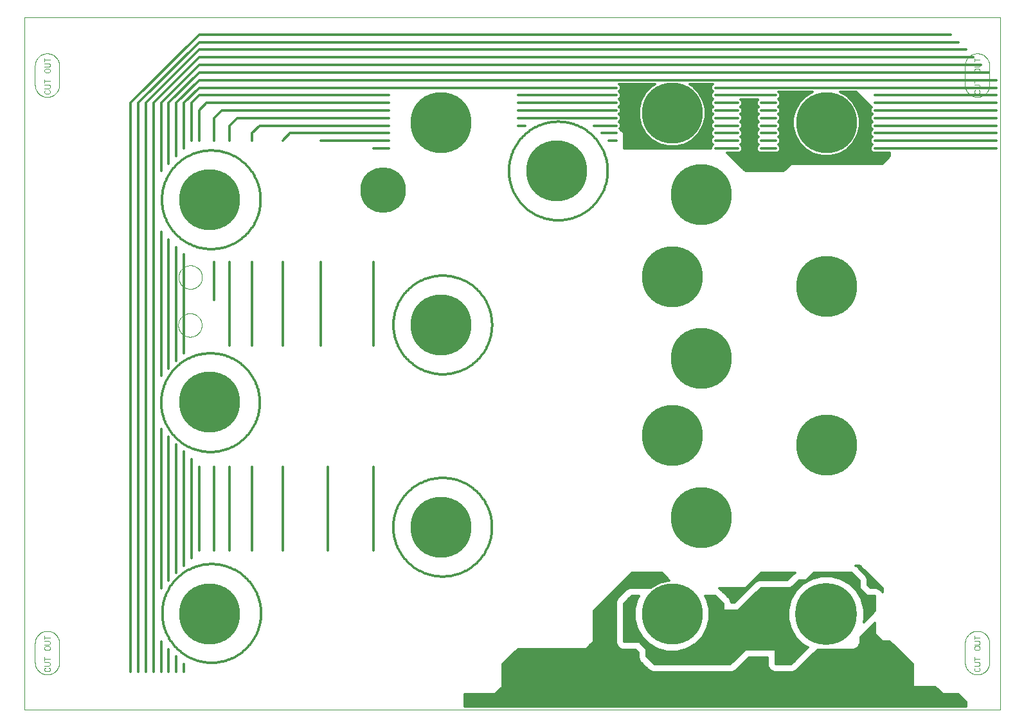
<source format=gtl>
G75*
%MOIN*%
%OFA0B0*%
%FSLAX25Y25*%
%IPPOS*%
%LPD*%
%AMOC8*
5,1,8,0,0,1.08239X$1,22.5*
%
%ADD10C,0.00000*%
%ADD11C,0.01200*%
%ADD12C,0.00010*%
%ADD13C,0.00200*%
%ADD14C,0.23685*%
%ADD15C,0.31559*%
%ADD16C,0.31953*%
D10*
X0001000Y0001600D02*
X0506906Y0001600D01*
X0506906Y0361049D01*
X0001000Y0361049D01*
X0001000Y0001600D01*
X0080784Y0201195D02*
X0080786Y0201351D01*
X0080792Y0201507D01*
X0080802Y0201662D01*
X0080816Y0201817D01*
X0080834Y0201972D01*
X0080856Y0202126D01*
X0080881Y0202280D01*
X0080911Y0202433D01*
X0080945Y0202585D01*
X0080982Y0202737D01*
X0081023Y0202887D01*
X0081068Y0203036D01*
X0081117Y0203184D01*
X0081170Y0203331D01*
X0081226Y0203476D01*
X0081286Y0203620D01*
X0081350Y0203762D01*
X0081418Y0203903D01*
X0081489Y0204041D01*
X0081563Y0204178D01*
X0081641Y0204313D01*
X0081722Y0204446D01*
X0081807Y0204577D01*
X0081895Y0204706D01*
X0081986Y0204832D01*
X0082081Y0204956D01*
X0082178Y0205077D01*
X0082279Y0205196D01*
X0082383Y0205313D01*
X0082489Y0205426D01*
X0082599Y0205537D01*
X0082711Y0205645D01*
X0082826Y0205750D01*
X0082944Y0205853D01*
X0083064Y0205952D01*
X0083187Y0206048D01*
X0083312Y0206141D01*
X0083439Y0206230D01*
X0083569Y0206317D01*
X0083701Y0206400D01*
X0083835Y0206479D01*
X0083971Y0206556D01*
X0084109Y0206628D01*
X0084248Y0206698D01*
X0084390Y0206763D01*
X0084533Y0206825D01*
X0084677Y0206883D01*
X0084823Y0206938D01*
X0084971Y0206989D01*
X0085119Y0207036D01*
X0085269Y0207079D01*
X0085420Y0207118D01*
X0085572Y0207154D01*
X0085724Y0207185D01*
X0085878Y0207213D01*
X0086032Y0207237D01*
X0086186Y0207257D01*
X0086341Y0207273D01*
X0086497Y0207285D01*
X0086652Y0207293D01*
X0086808Y0207297D01*
X0086964Y0207297D01*
X0087120Y0207293D01*
X0087275Y0207285D01*
X0087431Y0207273D01*
X0087586Y0207257D01*
X0087740Y0207237D01*
X0087894Y0207213D01*
X0088048Y0207185D01*
X0088200Y0207154D01*
X0088352Y0207118D01*
X0088503Y0207079D01*
X0088653Y0207036D01*
X0088801Y0206989D01*
X0088949Y0206938D01*
X0089095Y0206883D01*
X0089239Y0206825D01*
X0089382Y0206763D01*
X0089524Y0206698D01*
X0089663Y0206628D01*
X0089801Y0206556D01*
X0089937Y0206479D01*
X0090071Y0206400D01*
X0090203Y0206317D01*
X0090333Y0206230D01*
X0090460Y0206141D01*
X0090585Y0206048D01*
X0090708Y0205952D01*
X0090828Y0205853D01*
X0090946Y0205750D01*
X0091061Y0205645D01*
X0091173Y0205537D01*
X0091283Y0205426D01*
X0091389Y0205313D01*
X0091493Y0205196D01*
X0091594Y0205077D01*
X0091691Y0204956D01*
X0091786Y0204832D01*
X0091877Y0204706D01*
X0091965Y0204577D01*
X0092050Y0204446D01*
X0092131Y0204313D01*
X0092209Y0204178D01*
X0092283Y0204041D01*
X0092354Y0203903D01*
X0092422Y0203762D01*
X0092486Y0203620D01*
X0092546Y0203476D01*
X0092602Y0203331D01*
X0092655Y0203184D01*
X0092704Y0203036D01*
X0092749Y0202887D01*
X0092790Y0202737D01*
X0092827Y0202585D01*
X0092861Y0202433D01*
X0092891Y0202280D01*
X0092916Y0202126D01*
X0092938Y0201972D01*
X0092956Y0201817D01*
X0092970Y0201662D01*
X0092980Y0201507D01*
X0092986Y0201351D01*
X0092988Y0201195D01*
X0092986Y0201039D01*
X0092980Y0200883D01*
X0092970Y0200728D01*
X0092956Y0200573D01*
X0092938Y0200418D01*
X0092916Y0200264D01*
X0092891Y0200110D01*
X0092861Y0199957D01*
X0092827Y0199805D01*
X0092790Y0199653D01*
X0092749Y0199503D01*
X0092704Y0199354D01*
X0092655Y0199206D01*
X0092602Y0199059D01*
X0092546Y0198914D01*
X0092486Y0198770D01*
X0092422Y0198628D01*
X0092354Y0198487D01*
X0092283Y0198349D01*
X0092209Y0198212D01*
X0092131Y0198077D01*
X0092050Y0197944D01*
X0091965Y0197813D01*
X0091877Y0197684D01*
X0091786Y0197558D01*
X0091691Y0197434D01*
X0091594Y0197313D01*
X0091493Y0197194D01*
X0091389Y0197077D01*
X0091283Y0196964D01*
X0091173Y0196853D01*
X0091061Y0196745D01*
X0090946Y0196640D01*
X0090828Y0196537D01*
X0090708Y0196438D01*
X0090585Y0196342D01*
X0090460Y0196249D01*
X0090333Y0196160D01*
X0090203Y0196073D01*
X0090071Y0195990D01*
X0089937Y0195911D01*
X0089801Y0195834D01*
X0089663Y0195762D01*
X0089524Y0195692D01*
X0089382Y0195627D01*
X0089239Y0195565D01*
X0089095Y0195507D01*
X0088949Y0195452D01*
X0088801Y0195401D01*
X0088653Y0195354D01*
X0088503Y0195311D01*
X0088352Y0195272D01*
X0088200Y0195236D01*
X0088048Y0195205D01*
X0087894Y0195177D01*
X0087740Y0195153D01*
X0087586Y0195133D01*
X0087431Y0195117D01*
X0087275Y0195105D01*
X0087120Y0195097D01*
X0086964Y0195093D01*
X0086808Y0195093D01*
X0086652Y0195097D01*
X0086497Y0195105D01*
X0086341Y0195117D01*
X0086186Y0195133D01*
X0086032Y0195153D01*
X0085878Y0195177D01*
X0085724Y0195205D01*
X0085572Y0195236D01*
X0085420Y0195272D01*
X0085269Y0195311D01*
X0085119Y0195354D01*
X0084971Y0195401D01*
X0084823Y0195452D01*
X0084677Y0195507D01*
X0084533Y0195565D01*
X0084390Y0195627D01*
X0084248Y0195692D01*
X0084109Y0195762D01*
X0083971Y0195834D01*
X0083835Y0195911D01*
X0083701Y0195990D01*
X0083569Y0196073D01*
X0083439Y0196160D01*
X0083312Y0196249D01*
X0083187Y0196342D01*
X0083064Y0196438D01*
X0082944Y0196537D01*
X0082826Y0196640D01*
X0082711Y0196745D01*
X0082599Y0196853D01*
X0082489Y0196964D01*
X0082383Y0197077D01*
X0082279Y0197194D01*
X0082178Y0197313D01*
X0082081Y0197434D01*
X0081986Y0197558D01*
X0081895Y0197684D01*
X0081807Y0197813D01*
X0081722Y0197944D01*
X0081641Y0198077D01*
X0081563Y0198212D01*
X0081489Y0198349D01*
X0081418Y0198487D01*
X0081350Y0198628D01*
X0081286Y0198770D01*
X0081226Y0198914D01*
X0081170Y0199059D01*
X0081117Y0199206D01*
X0081068Y0199354D01*
X0081023Y0199503D01*
X0080982Y0199653D01*
X0080945Y0199805D01*
X0080911Y0199957D01*
X0080881Y0200110D01*
X0080856Y0200264D01*
X0080834Y0200418D01*
X0080816Y0200573D01*
X0080802Y0200728D01*
X0080792Y0200883D01*
X0080786Y0201039D01*
X0080784Y0201195D01*
X0080954Y0226075D02*
X0080956Y0226231D01*
X0080962Y0226387D01*
X0080972Y0226542D01*
X0080986Y0226697D01*
X0081004Y0226852D01*
X0081026Y0227006D01*
X0081051Y0227160D01*
X0081081Y0227313D01*
X0081115Y0227465D01*
X0081152Y0227617D01*
X0081193Y0227767D01*
X0081238Y0227916D01*
X0081287Y0228064D01*
X0081340Y0228211D01*
X0081396Y0228356D01*
X0081456Y0228500D01*
X0081520Y0228642D01*
X0081588Y0228783D01*
X0081659Y0228921D01*
X0081733Y0229058D01*
X0081811Y0229193D01*
X0081892Y0229326D01*
X0081977Y0229457D01*
X0082065Y0229586D01*
X0082156Y0229712D01*
X0082251Y0229836D01*
X0082348Y0229957D01*
X0082449Y0230076D01*
X0082553Y0230193D01*
X0082659Y0230306D01*
X0082769Y0230417D01*
X0082881Y0230525D01*
X0082996Y0230630D01*
X0083114Y0230733D01*
X0083234Y0230832D01*
X0083357Y0230928D01*
X0083482Y0231021D01*
X0083609Y0231110D01*
X0083739Y0231197D01*
X0083871Y0231280D01*
X0084005Y0231359D01*
X0084141Y0231436D01*
X0084279Y0231508D01*
X0084418Y0231578D01*
X0084560Y0231643D01*
X0084703Y0231705D01*
X0084847Y0231763D01*
X0084993Y0231818D01*
X0085141Y0231869D01*
X0085289Y0231916D01*
X0085439Y0231959D01*
X0085590Y0231998D01*
X0085742Y0232034D01*
X0085894Y0232065D01*
X0086048Y0232093D01*
X0086202Y0232117D01*
X0086356Y0232137D01*
X0086511Y0232153D01*
X0086667Y0232165D01*
X0086822Y0232173D01*
X0086978Y0232177D01*
X0087134Y0232177D01*
X0087290Y0232173D01*
X0087445Y0232165D01*
X0087601Y0232153D01*
X0087756Y0232137D01*
X0087910Y0232117D01*
X0088064Y0232093D01*
X0088218Y0232065D01*
X0088370Y0232034D01*
X0088522Y0231998D01*
X0088673Y0231959D01*
X0088823Y0231916D01*
X0088971Y0231869D01*
X0089119Y0231818D01*
X0089265Y0231763D01*
X0089409Y0231705D01*
X0089552Y0231643D01*
X0089694Y0231578D01*
X0089833Y0231508D01*
X0089971Y0231436D01*
X0090107Y0231359D01*
X0090241Y0231280D01*
X0090373Y0231197D01*
X0090503Y0231110D01*
X0090630Y0231021D01*
X0090755Y0230928D01*
X0090878Y0230832D01*
X0090998Y0230733D01*
X0091116Y0230630D01*
X0091231Y0230525D01*
X0091343Y0230417D01*
X0091453Y0230306D01*
X0091559Y0230193D01*
X0091663Y0230076D01*
X0091764Y0229957D01*
X0091861Y0229836D01*
X0091956Y0229712D01*
X0092047Y0229586D01*
X0092135Y0229457D01*
X0092220Y0229326D01*
X0092301Y0229193D01*
X0092379Y0229058D01*
X0092453Y0228921D01*
X0092524Y0228783D01*
X0092592Y0228642D01*
X0092656Y0228500D01*
X0092716Y0228356D01*
X0092772Y0228211D01*
X0092825Y0228064D01*
X0092874Y0227916D01*
X0092919Y0227767D01*
X0092960Y0227617D01*
X0092997Y0227465D01*
X0093031Y0227313D01*
X0093061Y0227160D01*
X0093086Y0227006D01*
X0093108Y0226852D01*
X0093126Y0226697D01*
X0093140Y0226542D01*
X0093150Y0226387D01*
X0093156Y0226231D01*
X0093158Y0226075D01*
X0093156Y0225919D01*
X0093150Y0225763D01*
X0093140Y0225608D01*
X0093126Y0225453D01*
X0093108Y0225298D01*
X0093086Y0225144D01*
X0093061Y0224990D01*
X0093031Y0224837D01*
X0092997Y0224685D01*
X0092960Y0224533D01*
X0092919Y0224383D01*
X0092874Y0224234D01*
X0092825Y0224086D01*
X0092772Y0223939D01*
X0092716Y0223794D01*
X0092656Y0223650D01*
X0092592Y0223508D01*
X0092524Y0223367D01*
X0092453Y0223229D01*
X0092379Y0223092D01*
X0092301Y0222957D01*
X0092220Y0222824D01*
X0092135Y0222693D01*
X0092047Y0222564D01*
X0091956Y0222438D01*
X0091861Y0222314D01*
X0091764Y0222193D01*
X0091663Y0222074D01*
X0091559Y0221957D01*
X0091453Y0221844D01*
X0091343Y0221733D01*
X0091231Y0221625D01*
X0091116Y0221520D01*
X0090998Y0221417D01*
X0090878Y0221318D01*
X0090755Y0221222D01*
X0090630Y0221129D01*
X0090503Y0221040D01*
X0090373Y0220953D01*
X0090241Y0220870D01*
X0090107Y0220791D01*
X0089971Y0220714D01*
X0089833Y0220642D01*
X0089694Y0220572D01*
X0089552Y0220507D01*
X0089409Y0220445D01*
X0089265Y0220387D01*
X0089119Y0220332D01*
X0088971Y0220281D01*
X0088823Y0220234D01*
X0088673Y0220191D01*
X0088522Y0220152D01*
X0088370Y0220116D01*
X0088218Y0220085D01*
X0088064Y0220057D01*
X0087910Y0220033D01*
X0087756Y0220013D01*
X0087601Y0219997D01*
X0087445Y0219985D01*
X0087290Y0219977D01*
X0087134Y0219973D01*
X0086978Y0219973D01*
X0086822Y0219977D01*
X0086667Y0219985D01*
X0086511Y0219997D01*
X0086356Y0220013D01*
X0086202Y0220033D01*
X0086048Y0220057D01*
X0085894Y0220085D01*
X0085742Y0220116D01*
X0085590Y0220152D01*
X0085439Y0220191D01*
X0085289Y0220234D01*
X0085141Y0220281D01*
X0084993Y0220332D01*
X0084847Y0220387D01*
X0084703Y0220445D01*
X0084560Y0220507D01*
X0084418Y0220572D01*
X0084279Y0220642D01*
X0084141Y0220714D01*
X0084005Y0220791D01*
X0083871Y0220870D01*
X0083739Y0220953D01*
X0083609Y0221040D01*
X0083482Y0221129D01*
X0083357Y0221222D01*
X0083234Y0221318D01*
X0083114Y0221417D01*
X0082996Y0221520D01*
X0082881Y0221625D01*
X0082769Y0221733D01*
X0082659Y0221844D01*
X0082553Y0221957D01*
X0082449Y0222074D01*
X0082348Y0222193D01*
X0082251Y0222314D01*
X0082156Y0222438D01*
X0082065Y0222564D01*
X0081977Y0222693D01*
X0081892Y0222824D01*
X0081811Y0222957D01*
X0081733Y0223092D01*
X0081659Y0223229D01*
X0081588Y0223367D01*
X0081520Y0223508D01*
X0081456Y0223650D01*
X0081396Y0223794D01*
X0081340Y0223939D01*
X0081287Y0224086D01*
X0081238Y0224234D01*
X0081193Y0224383D01*
X0081152Y0224533D01*
X0081115Y0224685D01*
X0081081Y0224837D01*
X0081051Y0224990D01*
X0081026Y0225144D01*
X0081004Y0225298D01*
X0080986Y0225453D01*
X0080972Y0225608D01*
X0080962Y0225763D01*
X0080956Y0225919D01*
X0080954Y0226075D01*
D11*
X0083677Y0237820D02*
X0083677Y0186639D01*
X0079740Y0182702D02*
X0079740Y0241757D01*
X0075803Y0245694D02*
X0075803Y0178765D01*
X0071866Y0174828D02*
X0071866Y0249631D01*
X0072331Y0266252D02*
X0072339Y0266880D01*
X0072362Y0267508D01*
X0072400Y0268135D01*
X0072454Y0268760D01*
X0072523Y0269385D01*
X0072608Y0270007D01*
X0072708Y0270627D01*
X0072823Y0271245D01*
X0072953Y0271859D01*
X0073098Y0272470D01*
X0073258Y0273077D01*
X0073433Y0273681D01*
X0073623Y0274279D01*
X0073827Y0274873D01*
X0074046Y0275462D01*
X0074279Y0276045D01*
X0074526Y0276623D01*
X0074788Y0277194D01*
X0075063Y0277758D01*
X0075353Y0278316D01*
X0075656Y0278866D01*
X0075972Y0279408D01*
X0076301Y0279943D01*
X0076644Y0280470D01*
X0076999Y0280988D01*
X0077367Y0281497D01*
X0077747Y0281996D01*
X0078140Y0282487D01*
X0078544Y0282967D01*
X0078960Y0283438D01*
X0079388Y0283898D01*
X0079826Y0284348D01*
X0080276Y0284786D01*
X0080736Y0285214D01*
X0081207Y0285630D01*
X0081687Y0286034D01*
X0082178Y0286427D01*
X0082677Y0286807D01*
X0083186Y0287175D01*
X0083704Y0287530D01*
X0084231Y0287873D01*
X0084766Y0288202D01*
X0085308Y0288518D01*
X0085858Y0288821D01*
X0086416Y0289111D01*
X0086980Y0289386D01*
X0087551Y0289648D01*
X0088129Y0289895D01*
X0088712Y0290128D01*
X0089301Y0290347D01*
X0089895Y0290551D01*
X0090493Y0290741D01*
X0091097Y0290916D01*
X0091704Y0291076D01*
X0092315Y0291221D01*
X0092929Y0291351D01*
X0093547Y0291466D01*
X0094167Y0291566D01*
X0094789Y0291651D01*
X0095414Y0291720D01*
X0096039Y0291774D01*
X0096666Y0291812D01*
X0097294Y0291835D01*
X0097922Y0291843D01*
X0098550Y0291835D01*
X0099178Y0291812D01*
X0099805Y0291774D01*
X0100430Y0291720D01*
X0101055Y0291651D01*
X0101677Y0291566D01*
X0102297Y0291466D01*
X0102915Y0291351D01*
X0103529Y0291221D01*
X0104140Y0291076D01*
X0104747Y0290916D01*
X0105351Y0290741D01*
X0105949Y0290551D01*
X0106543Y0290347D01*
X0107132Y0290128D01*
X0107715Y0289895D01*
X0108293Y0289648D01*
X0108864Y0289386D01*
X0109428Y0289111D01*
X0109986Y0288821D01*
X0110536Y0288518D01*
X0111078Y0288202D01*
X0111613Y0287873D01*
X0112140Y0287530D01*
X0112658Y0287175D01*
X0113167Y0286807D01*
X0113666Y0286427D01*
X0114157Y0286034D01*
X0114637Y0285630D01*
X0115108Y0285214D01*
X0115568Y0284786D01*
X0116018Y0284348D01*
X0116456Y0283898D01*
X0116884Y0283438D01*
X0117300Y0282967D01*
X0117704Y0282487D01*
X0118097Y0281996D01*
X0118477Y0281497D01*
X0118845Y0280988D01*
X0119200Y0280470D01*
X0119543Y0279943D01*
X0119872Y0279408D01*
X0120188Y0278866D01*
X0120491Y0278316D01*
X0120781Y0277758D01*
X0121056Y0277194D01*
X0121318Y0276623D01*
X0121565Y0276045D01*
X0121798Y0275462D01*
X0122017Y0274873D01*
X0122221Y0274279D01*
X0122411Y0273681D01*
X0122586Y0273077D01*
X0122746Y0272470D01*
X0122891Y0271859D01*
X0123021Y0271245D01*
X0123136Y0270627D01*
X0123236Y0270007D01*
X0123321Y0269385D01*
X0123390Y0268760D01*
X0123444Y0268135D01*
X0123482Y0267508D01*
X0123505Y0266880D01*
X0123513Y0266252D01*
X0123505Y0265624D01*
X0123482Y0264996D01*
X0123444Y0264369D01*
X0123390Y0263744D01*
X0123321Y0263119D01*
X0123236Y0262497D01*
X0123136Y0261877D01*
X0123021Y0261259D01*
X0122891Y0260645D01*
X0122746Y0260034D01*
X0122586Y0259427D01*
X0122411Y0258823D01*
X0122221Y0258225D01*
X0122017Y0257631D01*
X0121798Y0257042D01*
X0121565Y0256459D01*
X0121318Y0255881D01*
X0121056Y0255310D01*
X0120781Y0254746D01*
X0120491Y0254188D01*
X0120188Y0253638D01*
X0119872Y0253096D01*
X0119543Y0252561D01*
X0119200Y0252034D01*
X0118845Y0251516D01*
X0118477Y0251007D01*
X0118097Y0250508D01*
X0117704Y0250017D01*
X0117300Y0249537D01*
X0116884Y0249066D01*
X0116456Y0248606D01*
X0116018Y0248156D01*
X0115568Y0247718D01*
X0115108Y0247290D01*
X0114637Y0246874D01*
X0114157Y0246470D01*
X0113666Y0246077D01*
X0113167Y0245697D01*
X0112658Y0245329D01*
X0112140Y0244974D01*
X0111613Y0244631D01*
X0111078Y0244302D01*
X0110536Y0243986D01*
X0109986Y0243683D01*
X0109428Y0243393D01*
X0108864Y0243118D01*
X0108293Y0242856D01*
X0107715Y0242609D01*
X0107132Y0242376D01*
X0106543Y0242157D01*
X0105949Y0241953D01*
X0105351Y0241763D01*
X0104747Y0241588D01*
X0104140Y0241428D01*
X0103529Y0241283D01*
X0102915Y0241153D01*
X0102297Y0241038D01*
X0101677Y0240938D01*
X0101055Y0240853D01*
X0100430Y0240784D01*
X0099805Y0240730D01*
X0099178Y0240692D01*
X0098550Y0240669D01*
X0097922Y0240661D01*
X0097294Y0240669D01*
X0096666Y0240692D01*
X0096039Y0240730D01*
X0095414Y0240784D01*
X0094789Y0240853D01*
X0094167Y0240938D01*
X0093547Y0241038D01*
X0092929Y0241153D01*
X0092315Y0241283D01*
X0091704Y0241428D01*
X0091097Y0241588D01*
X0090493Y0241763D01*
X0089895Y0241953D01*
X0089301Y0242157D01*
X0088712Y0242376D01*
X0088129Y0242609D01*
X0087551Y0242856D01*
X0086980Y0243118D01*
X0086416Y0243393D01*
X0085858Y0243683D01*
X0085308Y0243986D01*
X0084766Y0244302D01*
X0084231Y0244631D01*
X0083704Y0244974D01*
X0083186Y0245329D01*
X0082677Y0245697D01*
X0082178Y0246077D01*
X0081687Y0246470D01*
X0081207Y0246874D01*
X0080736Y0247290D01*
X0080276Y0247718D01*
X0079826Y0248156D01*
X0079388Y0248606D01*
X0078960Y0249066D01*
X0078544Y0249537D01*
X0078140Y0250017D01*
X0077747Y0250508D01*
X0077367Y0251007D01*
X0076999Y0251516D01*
X0076644Y0252034D01*
X0076301Y0252561D01*
X0075972Y0253096D01*
X0075656Y0253638D01*
X0075353Y0254188D01*
X0075063Y0254746D01*
X0074788Y0255310D01*
X0074526Y0255881D01*
X0074279Y0256459D01*
X0074046Y0257042D01*
X0073827Y0257631D01*
X0073623Y0258225D01*
X0073433Y0258823D01*
X0073258Y0259427D01*
X0073098Y0260034D01*
X0072953Y0260645D01*
X0072823Y0261259D01*
X0072708Y0261877D01*
X0072608Y0262497D01*
X0072523Y0263119D01*
X0072454Y0263744D01*
X0072400Y0264369D01*
X0072362Y0264996D01*
X0072339Y0265624D01*
X0072331Y0266252D01*
X0071866Y0281128D02*
X0071866Y0316561D01*
X0091551Y0336246D01*
X0497063Y0336246D01*
X0493126Y0340183D02*
X0091551Y0340183D01*
X0067929Y0316561D01*
X0067929Y0021285D01*
X0063992Y0021285D02*
X0063992Y0316561D01*
X0091551Y0344120D01*
X0489189Y0344120D01*
X0485252Y0348057D02*
X0091551Y0348057D01*
X0060055Y0316561D01*
X0060055Y0021285D01*
X0056118Y0021285D02*
X0056118Y0316561D01*
X0091551Y0351994D01*
X0481315Y0351994D01*
X0501000Y0332309D02*
X0091551Y0332309D01*
X0075803Y0316561D01*
X0075803Y0285065D01*
X0079740Y0289002D02*
X0079740Y0316561D01*
X0091551Y0328372D01*
X0504937Y0328372D01*
X0504937Y0324435D02*
X0359268Y0324435D01*
X0357790Y0322801D02*
X0349968Y0322801D01*
X0350811Y0321958D02*
X0347576Y0325193D01*
X0345881Y0326172D01*
X0357893Y0326172D01*
X0357068Y0325346D01*
X0357068Y0323523D01*
X0358125Y0322466D01*
X0357068Y0321409D01*
X0357068Y0319586D01*
X0358125Y0318529D01*
X0357068Y0317472D01*
X0357068Y0315649D01*
X0358125Y0314592D01*
X0357068Y0313535D01*
X0357068Y0311712D01*
X0358125Y0310655D01*
X0357068Y0309598D01*
X0357068Y0307775D01*
X0358125Y0306718D01*
X0357068Y0305661D01*
X0357068Y0303838D01*
X0358125Y0302781D01*
X0357068Y0301724D01*
X0357068Y0299901D01*
X0358125Y0298844D01*
X0357068Y0297787D01*
X0357068Y0295964D01*
X0358125Y0294907D01*
X0357068Y0293850D01*
X0357068Y0292939D01*
X0312024Y0292939D01*
X0312024Y0300813D01*
X0309642Y0303194D01*
X0310287Y0303838D01*
X0310287Y0305661D01*
X0309229Y0306718D01*
X0310287Y0307775D01*
X0310287Y0309598D01*
X0309229Y0310655D01*
X0310287Y0311712D01*
X0310287Y0313535D01*
X0309229Y0314592D01*
X0310287Y0315649D01*
X0310287Y0317472D01*
X0309229Y0318529D01*
X0310287Y0319586D01*
X0310287Y0321409D01*
X0309229Y0322466D01*
X0310287Y0323523D01*
X0310287Y0325346D01*
X0309461Y0326172D01*
X0327928Y0326172D01*
X0326233Y0325193D01*
X0322997Y0321958D01*
X0320709Y0317994D01*
X0319525Y0313574D01*
X0319525Y0308998D01*
X0320709Y0304578D01*
X0322997Y0300615D01*
X0326233Y0297379D01*
X0330196Y0295091D01*
X0334616Y0293907D01*
X0339192Y0293907D01*
X0343613Y0295091D01*
X0347576Y0297379D01*
X0350811Y0300615D01*
X0353099Y0304578D01*
X0354284Y0308998D01*
X0354284Y0313574D01*
X0353099Y0317994D01*
X0350811Y0321958D01*
X0351016Y0321603D02*
X0357261Y0321603D01*
X0357068Y0320404D02*
X0351708Y0320404D01*
X0352400Y0319205D02*
X0357449Y0319205D01*
X0357603Y0318007D02*
X0353092Y0318007D01*
X0353417Y0316808D02*
X0357068Y0316808D01*
X0357107Y0315610D02*
X0353738Y0315610D01*
X0354059Y0314411D02*
X0357944Y0314411D01*
X0357068Y0313213D02*
X0354284Y0313213D01*
X0354284Y0312014D02*
X0357068Y0312014D01*
X0357964Y0310816D02*
X0354284Y0310816D01*
X0354284Y0309617D02*
X0357087Y0309617D01*
X0357068Y0308419D02*
X0354129Y0308419D01*
X0353807Y0307220D02*
X0357623Y0307220D01*
X0357429Y0306022D02*
X0353486Y0306022D01*
X0353165Y0304823D02*
X0357068Y0304823D01*
X0357281Y0303625D02*
X0352549Y0303625D01*
X0351857Y0302426D02*
X0357770Y0302426D01*
X0357068Y0301228D02*
X0351165Y0301228D01*
X0350226Y0300029D02*
X0357068Y0300029D01*
X0358112Y0298831D02*
X0349027Y0298831D01*
X0347829Y0297632D02*
X0357068Y0297632D01*
X0357068Y0296434D02*
X0345938Y0296434D01*
X0343862Y0295235D02*
X0357797Y0295235D01*
X0357255Y0294037D02*
X0339678Y0294037D01*
X0334131Y0294037D02*
X0312024Y0294037D01*
X0312024Y0295235D02*
X0329946Y0295235D01*
X0327870Y0296434D02*
X0312024Y0296434D01*
X0312024Y0297632D02*
X0325980Y0297632D01*
X0324781Y0298831D02*
X0312024Y0298831D01*
X0312024Y0300029D02*
X0323583Y0300029D01*
X0322643Y0301228D02*
X0311608Y0301228D01*
X0310410Y0302426D02*
X0321951Y0302426D01*
X0321259Y0303625D02*
X0310073Y0303625D01*
X0310287Y0304823D02*
X0320643Y0304823D01*
X0320322Y0306022D02*
X0309926Y0306022D01*
X0309732Y0307220D02*
X0320001Y0307220D01*
X0319680Y0308419D02*
X0310287Y0308419D01*
X0310267Y0309617D02*
X0319525Y0309617D01*
X0319525Y0310816D02*
X0309390Y0310816D01*
X0310287Y0312014D02*
X0319525Y0312014D01*
X0319525Y0313213D02*
X0310287Y0313213D01*
X0309410Y0314411D02*
X0319749Y0314411D01*
X0320070Y0315610D02*
X0310247Y0315610D01*
X0310287Y0316808D02*
X0320391Y0316808D01*
X0320716Y0318007D02*
X0309752Y0318007D01*
X0309906Y0319205D02*
X0321408Y0319205D01*
X0322100Y0320404D02*
X0310287Y0320404D01*
X0310093Y0321603D02*
X0322792Y0321603D01*
X0323841Y0322801D02*
X0309564Y0322801D01*
X0310287Y0324000D02*
X0325039Y0324000D01*
X0326241Y0325198D02*
X0310287Y0325198D01*
X0308087Y0324435D02*
X0091551Y0324435D01*
X0083677Y0316561D01*
X0083677Y0292939D01*
X0087614Y0296876D02*
X0087614Y0316561D01*
X0091551Y0320498D01*
X0189976Y0320498D01*
X0189976Y0316561D02*
X0095488Y0316561D01*
X0091551Y0312624D01*
X0091551Y0296876D01*
X0099425Y0296876D02*
X0099425Y0308687D01*
X0103362Y0312624D01*
X0189976Y0312624D01*
X0189976Y0308687D02*
X0111236Y0308687D01*
X0107299Y0304750D01*
X0107299Y0296876D01*
X0119110Y0296876D02*
X0119110Y0300813D01*
X0123047Y0304750D01*
X0189976Y0304750D01*
X0189976Y0300813D02*
X0138795Y0300813D01*
X0134858Y0296876D01*
X0154543Y0296876D02*
X0189976Y0296876D01*
X0189976Y0292939D02*
X0182102Y0292939D01*
X0256906Y0304750D02*
X0260843Y0304750D01*
X0256906Y0308687D02*
X0308087Y0308687D01*
X0308087Y0312624D02*
X0256906Y0312624D01*
X0256906Y0316561D02*
X0308087Y0316561D01*
X0308087Y0320498D02*
X0256906Y0320498D01*
X0296276Y0304750D02*
X0308087Y0304750D01*
X0308087Y0300813D02*
X0300213Y0300813D01*
X0304150Y0296876D02*
X0308087Y0296876D01*
X0252291Y0281217D02*
X0252299Y0281845D01*
X0252322Y0282473D01*
X0252360Y0283100D01*
X0252414Y0283725D01*
X0252483Y0284350D01*
X0252568Y0284972D01*
X0252668Y0285592D01*
X0252783Y0286210D01*
X0252913Y0286824D01*
X0253058Y0287435D01*
X0253218Y0288042D01*
X0253393Y0288646D01*
X0253583Y0289244D01*
X0253787Y0289838D01*
X0254006Y0290427D01*
X0254239Y0291010D01*
X0254486Y0291588D01*
X0254748Y0292159D01*
X0255023Y0292723D01*
X0255313Y0293281D01*
X0255616Y0293831D01*
X0255932Y0294373D01*
X0256261Y0294908D01*
X0256604Y0295435D01*
X0256959Y0295953D01*
X0257327Y0296462D01*
X0257707Y0296961D01*
X0258100Y0297452D01*
X0258504Y0297932D01*
X0258920Y0298403D01*
X0259348Y0298863D01*
X0259786Y0299313D01*
X0260236Y0299751D01*
X0260696Y0300179D01*
X0261167Y0300595D01*
X0261647Y0300999D01*
X0262138Y0301392D01*
X0262637Y0301772D01*
X0263146Y0302140D01*
X0263664Y0302495D01*
X0264191Y0302838D01*
X0264726Y0303167D01*
X0265268Y0303483D01*
X0265818Y0303786D01*
X0266376Y0304076D01*
X0266940Y0304351D01*
X0267511Y0304613D01*
X0268089Y0304860D01*
X0268672Y0305093D01*
X0269261Y0305312D01*
X0269855Y0305516D01*
X0270453Y0305706D01*
X0271057Y0305881D01*
X0271664Y0306041D01*
X0272275Y0306186D01*
X0272889Y0306316D01*
X0273507Y0306431D01*
X0274127Y0306531D01*
X0274749Y0306616D01*
X0275374Y0306685D01*
X0275999Y0306739D01*
X0276626Y0306777D01*
X0277254Y0306800D01*
X0277882Y0306808D01*
X0278510Y0306800D01*
X0279138Y0306777D01*
X0279765Y0306739D01*
X0280390Y0306685D01*
X0281015Y0306616D01*
X0281637Y0306531D01*
X0282257Y0306431D01*
X0282875Y0306316D01*
X0283489Y0306186D01*
X0284100Y0306041D01*
X0284707Y0305881D01*
X0285311Y0305706D01*
X0285909Y0305516D01*
X0286503Y0305312D01*
X0287092Y0305093D01*
X0287675Y0304860D01*
X0288253Y0304613D01*
X0288824Y0304351D01*
X0289388Y0304076D01*
X0289946Y0303786D01*
X0290496Y0303483D01*
X0291038Y0303167D01*
X0291573Y0302838D01*
X0292100Y0302495D01*
X0292618Y0302140D01*
X0293127Y0301772D01*
X0293626Y0301392D01*
X0294117Y0300999D01*
X0294597Y0300595D01*
X0295068Y0300179D01*
X0295528Y0299751D01*
X0295978Y0299313D01*
X0296416Y0298863D01*
X0296844Y0298403D01*
X0297260Y0297932D01*
X0297664Y0297452D01*
X0298057Y0296961D01*
X0298437Y0296462D01*
X0298805Y0295953D01*
X0299160Y0295435D01*
X0299503Y0294908D01*
X0299832Y0294373D01*
X0300148Y0293831D01*
X0300451Y0293281D01*
X0300741Y0292723D01*
X0301016Y0292159D01*
X0301278Y0291588D01*
X0301525Y0291010D01*
X0301758Y0290427D01*
X0301977Y0289838D01*
X0302181Y0289244D01*
X0302371Y0288646D01*
X0302546Y0288042D01*
X0302706Y0287435D01*
X0302851Y0286824D01*
X0302981Y0286210D01*
X0303096Y0285592D01*
X0303196Y0284972D01*
X0303281Y0284350D01*
X0303350Y0283725D01*
X0303404Y0283100D01*
X0303442Y0282473D01*
X0303465Y0281845D01*
X0303473Y0281217D01*
X0303465Y0280589D01*
X0303442Y0279961D01*
X0303404Y0279334D01*
X0303350Y0278709D01*
X0303281Y0278084D01*
X0303196Y0277462D01*
X0303096Y0276842D01*
X0302981Y0276224D01*
X0302851Y0275610D01*
X0302706Y0274999D01*
X0302546Y0274392D01*
X0302371Y0273788D01*
X0302181Y0273190D01*
X0301977Y0272596D01*
X0301758Y0272007D01*
X0301525Y0271424D01*
X0301278Y0270846D01*
X0301016Y0270275D01*
X0300741Y0269711D01*
X0300451Y0269153D01*
X0300148Y0268603D01*
X0299832Y0268061D01*
X0299503Y0267526D01*
X0299160Y0266999D01*
X0298805Y0266481D01*
X0298437Y0265972D01*
X0298057Y0265473D01*
X0297664Y0264982D01*
X0297260Y0264502D01*
X0296844Y0264031D01*
X0296416Y0263571D01*
X0295978Y0263121D01*
X0295528Y0262683D01*
X0295068Y0262255D01*
X0294597Y0261839D01*
X0294117Y0261435D01*
X0293626Y0261042D01*
X0293127Y0260662D01*
X0292618Y0260294D01*
X0292100Y0259939D01*
X0291573Y0259596D01*
X0291038Y0259267D01*
X0290496Y0258951D01*
X0289946Y0258648D01*
X0289388Y0258358D01*
X0288824Y0258083D01*
X0288253Y0257821D01*
X0287675Y0257574D01*
X0287092Y0257341D01*
X0286503Y0257122D01*
X0285909Y0256918D01*
X0285311Y0256728D01*
X0284707Y0256553D01*
X0284100Y0256393D01*
X0283489Y0256248D01*
X0282875Y0256118D01*
X0282257Y0256003D01*
X0281637Y0255903D01*
X0281015Y0255818D01*
X0280390Y0255749D01*
X0279765Y0255695D01*
X0279138Y0255657D01*
X0278510Y0255634D01*
X0277882Y0255626D01*
X0277254Y0255634D01*
X0276626Y0255657D01*
X0275999Y0255695D01*
X0275374Y0255749D01*
X0274749Y0255818D01*
X0274127Y0255903D01*
X0273507Y0256003D01*
X0272889Y0256118D01*
X0272275Y0256248D01*
X0271664Y0256393D01*
X0271057Y0256553D01*
X0270453Y0256728D01*
X0269855Y0256918D01*
X0269261Y0257122D01*
X0268672Y0257341D01*
X0268089Y0257574D01*
X0267511Y0257821D01*
X0266940Y0258083D01*
X0266376Y0258358D01*
X0265818Y0258648D01*
X0265268Y0258951D01*
X0264726Y0259267D01*
X0264191Y0259596D01*
X0263664Y0259939D01*
X0263146Y0260294D01*
X0262637Y0260662D01*
X0262138Y0261042D01*
X0261647Y0261435D01*
X0261167Y0261839D01*
X0260696Y0262255D01*
X0260236Y0262683D01*
X0259786Y0263121D01*
X0259348Y0263571D01*
X0258920Y0264031D01*
X0258504Y0264502D01*
X0258100Y0264982D01*
X0257707Y0265473D01*
X0257327Y0265972D01*
X0256959Y0266481D01*
X0256604Y0266999D01*
X0256261Y0267526D01*
X0255932Y0268061D01*
X0255616Y0268603D01*
X0255313Y0269153D01*
X0255023Y0269711D01*
X0254748Y0270275D01*
X0254486Y0270846D01*
X0254239Y0271424D01*
X0254006Y0272007D01*
X0253787Y0272596D01*
X0253583Y0273190D01*
X0253393Y0273788D01*
X0253218Y0274392D01*
X0253058Y0274999D01*
X0252913Y0275610D01*
X0252783Y0276224D01*
X0252668Y0276842D01*
X0252568Y0277462D01*
X0252483Y0278084D01*
X0252414Y0278709D01*
X0252360Y0279334D01*
X0252322Y0279961D01*
X0252299Y0280589D01*
X0252291Y0281217D01*
X0182102Y0233883D02*
X0182102Y0190576D01*
X0154543Y0190576D02*
X0154543Y0233883D01*
X0134858Y0233883D02*
X0134858Y0190576D01*
X0119110Y0190576D02*
X0119110Y0233883D01*
X0107299Y0233883D02*
X0107299Y0190576D01*
X0099425Y0214198D02*
X0099425Y0233883D01*
X0071935Y0160965D02*
X0071943Y0161593D01*
X0071966Y0162221D01*
X0072004Y0162848D01*
X0072058Y0163473D01*
X0072127Y0164098D01*
X0072212Y0164720D01*
X0072312Y0165340D01*
X0072427Y0165958D01*
X0072557Y0166572D01*
X0072702Y0167183D01*
X0072862Y0167790D01*
X0073037Y0168394D01*
X0073227Y0168992D01*
X0073431Y0169586D01*
X0073650Y0170175D01*
X0073883Y0170758D01*
X0074130Y0171336D01*
X0074392Y0171907D01*
X0074667Y0172471D01*
X0074957Y0173029D01*
X0075260Y0173579D01*
X0075576Y0174121D01*
X0075905Y0174656D01*
X0076248Y0175183D01*
X0076603Y0175701D01*
X0076971Y0176210D01*
X0077351Y0176709D01*
X0077744Y0177200D01*
X0078148Y0177680D01*
X0078564Y0178151D01*
X0078992Y0178611D01*
X0079430Y0179061D01*
X0079880Y0179499D01*
X0080340Y0179927D01*
X0080811Y0180343D01*
X0081291Y0180747D01*
X0081782Y0181140D01*
X0082281Y0181520D01*
X0082790Y0181888D01*
X0083308Y0182243D01*
X0083835Y0182586D01*
X0084370Y0182915D01*
X0084912Y0183231D01*
X0085462Y0183534D01*
X0086020Y0183824D01*
X0086584Y0184099D01*
X0087155Y0184361D01*
X0087733Y0184608D01*
X0088316Y0184841D01*
X0088905Y0185060D01*
X0089499Y0185264D01*
X0090097Y0185454D01*
X0090701Y0185629D01*
X0091308Y0185789D01*
X0091919Y0185934D01*
X0092533Y0186064D01*
X0093151Y0186179D01*
X0093771Y0186279D01*
X0094393Y0186364D01*
X0095018Y0186433D01*
X0095643Y0186487D01*
X0096270Y0186525D01*
X0096898Y0186548D01*
X0097526Y0186556D01*
X0098154Y0186548D01*
X0098782Y0186525D01*
X0099409Y0186487D01*
X0100034Y0186433D01*
X0100659Y0186364D01*
X0101281Y0186279D01*
X0101901Y0186179D01*
X0102519Y0186064D01*
X0103133Y0185934D01*
X0103744Y0185789D01*
X0104351Y0185629D01*
X0104955Y0185454D01*
X0105553Y0185264D01*
X0106147Y0185060D01*
X0106736Y0184841D01*
X0107319Y0184608D01*
X0107897Y0184361D01*
X0108468Y0184099D01*
X0109032Y0183824D01*
X0109590Y0183534D01*
X0110140Y0183231D01*
X0110682Y0182915D01*
X0111217Y0182586D01*
X0111744Y0182243D01*
X0112262Y0181888D01*
X0112771Y0181520D01*
X0113270Y0181140D01*
X0113761Y0180747D01*
X0114241Y0180343D01*
X0114712Y0179927D01*
X0115172Y0179499D01*
X0115622Y0179061D01*
X0116060Y0178611D01*
X0116488Y0178151D01*
X0116904Y0177680D01*
X0117308Y0177200D01*
X0117701Y0176709D01*
X0118081Y0176210D01*
X0118449Y0175701D01*
X0118804Y0175183D01*
X0119147Y0174656D01*
X0119476Y0174121D01*
X0119792Y0173579D01*
X0120095Y0173029D01*
X0120385Y0172471D01*
X0120660Y0171907D01*
X0120922Y0171336D01*
X0121169Y0170758D01*
X0121402Y0170175D01*
X0121621Y0169586D01*
X0121825Y0168992D01*
X0122015Y0168394D01*
X0122190Y0167790D01*
X0122350Y0167183D01*
X0122495Y0166572D01*
X0122625Y0165958D01*
X0122740Y0165340D01*
X0122840Y0164720D01*
X0122925Y0164098D01*
X0122994Y0163473D01*
X0123048Y0162848D01*
X0123086Y0162221D01*
X0123109Y0161593D01*
X0123117Y0160965D01*
X0123109Y0160337D01*
X0123086Y0159709D01*
X0123048Y0159082D01*
X0122994Y0158457D01*
X0122925Y0157832D01*
X0122840Y0157210D01*
X0122740Y0156590D01*
X0122625Y0155972D01*
X0122495Y0155358D01*
X0122350Y0154747D01*
X0122190Y0154140D01*
X0122015Y0153536D01*
X0121825Y0152938D01*
X0121621Y0152344D01*
X0121402Y0151755D01*
X0121169Y0151172D01*
X0120922Y0150594D01*
X0120660Y0150023D01*
X0120385Y0149459D01*
X0120095Y0148901D01*
X0119792Y0148351D01*
X0119476Y0147809D01*
X0119147Y0147274D01*
X0118804Y0146747D01*
X0118449Y0146229D01*
X0118081Y0145720D01*
X0117701Y0145221D01*
X0117308Y0144730D01*
X0116904Y0144250D01*
X0116488Y0143779D01*
X0116060Y0143319D01*
X0115622Y0142869D01*
X0115172Y0142431D01*
X0114712Y0142003D01*
X0114241Y0141587D01*
X0113761Y0141183D01*
X0113270Y0140790D01*
X0112771Y0140410D01*
X0112262Y0140042D01*
X0111744Y0139687D01*
X0111217Y0139344D01*
X0110682Y0139015D01*
X0110140Y0138699D01*
X0109590Y0138396D01*
X0109032Y0138106D01*
X0108468Y0137831D01*
X0107897Y0137569D01*
X0107319Y0137322D01*
X0106736Y0137089D01*
X0106147Y0136870D01*
X0105553Y0136666D01*
X0104955Y0136476D01*
X0104351Y0136301D01*
X0103744Y0136141D01*
X0103133Y0135996D01*
X0102519Y0135866D01*
X0101901Y0135751D01*
X0101281Y0135651D01*
X0100659Y0135566D01*
X0100034Y0135497D01*
X0099409Y0135443D01*
X0098782Y0135405D01*
X0098154Y0135382D01*
X0097526Y0135374D01*
X0096898Y0135382D01*
X0096270Y0135405D01*
X0095643Y0135443D01*
X0095018Y0135497D01*
X0094393Y0135566D01*
X0093771Y0135651D01*
X0093151Y0135751D01*
X0092533Y0135866D01*
X0091919Y0135996D01*
X0091308Y0136141D01*
X0090701Y0136301D01*
X0090097Y0136476D01*
X0089499Y0136666D01*
X0088905Y0136870D01*
X0088316Y0137089D01*
X0087733Y0137322D01*
X0087155Y0137569D01*
X0086584Y0137831D01*
X0086020Y0138106D01*
X0085462Y0138396D01*
X0084912Y0138699D01*
X0084370Y0139015D01*
X0083835Y0139344D01*
X0083308Y0139687D01*
X0082790Y0140042D01*
X0082281Y0140410D01*
X0081782Y0140790D01*
X0081291Y0141183D01*
X0080811Y0141587D01*
X0080340Y0142003D01*
X0079880Y0142431D01*
X0079430Y0142869D01*
X0078992Y0143319D01*
X0078564Y0143779D01*
X0078148Y0144250D01*
X0077744Y0144730D01*
X0077351Y0145221D01*
X0076971Y0145720D01*
X0076603Y0146229D01*
X0076248Y0146747D01*
X0075905Y0147274D01*
X0075576Y0147809D01*
X0075260Y0148351D01*
X0074957Y0148901D01*
X0074667Y0149459D01*
X0074392Y0150023D01*
X0074130Y0150594D01*
X0073883Y0151172D01*
X0073650Y0151755D01*
X0073431Y0152344D01*
X0073227Y0152938D01*
X0073037Y0153536D01*
X0072862Y0154140D01*
X0072702Y0154747D01*
X0072557Y0155358D01*
X0072427Y0155972D01*
X0072312Y0156590D01*
X0072212Y0157210D01*
X0072127Y0157832D01*
X0072058Y0158457D01*
X0072004Y0159082D01*
X0071966Y0159709D01*
X0071943Y0160337D01*
X0071935Y0160965D01*
X0071866Y0147269D02*
X0071866Y0064592D01*
X0075803Y0068529D02*
X0075803Y0143332D01*
X0079740Y0139395D02*
X0079740Y0072466D01*
X0083677Y0076403D02*
X0083677Y0135458D01*
X0087614Y0131521D02*
X0087614Y0080340D01*
X0091551Y0084277D02*
X0091551Y0127584D01*
X0099425Y0127584D02*
X0099425Y0084277D01*
X0107299Y0084277D02*
X0107299Y0127584D01*
X0119110Y0127584D02*
X0119110Y0084277D01*
X0134858Y0084277D02*
X0134858Y0127584D01*
X0158480Y0127584D02*
X0158480Y0084277D01*
X0182102Y0084277D02*
X0182102Y0127584D01*
X0192317Y0096305D02*
X0192325Y0096933D01*
X0192348Y0097561D01*
X0192386Y0098188D01*
X0192440Y0098813D01*
X0192509Y0099438D01*
X0192594Y0100060D01*
X0192694Y0100680D01*
X0192809Y0101298D01*
X0192939Y0101912D01*
X0193084Y0102523D01*
X0193244Y0103130D01*
X0193419Y0103734D01*
X0193609Y0104332D01*
X0193813Y0104926D01*
X0194032Y0105515D01*
X0194265Y0106098D01*
X0194512Y0106676D01*
X0194774Y0107247D01*
X0195049Y0107811D01*
X0195339Y0108369D01*
X0195642Y0108919D01*
X0195958Y0109461D01*
X0196287Y0109996D01*
X0196630Y0110523D01*
X0196985Y0111041D01*
X0197353Y0111550D01*
X0197733Y0112049D01*
X0198126Y0112540D01*
X0198530Y0113020D01*
X0198946Y0113491D01*
X0199374Y0113951D01*
X0199812Y0114401D01*
X0200262Y0114839D01*
X0200722Y0115267D01*
X0201193Y0115683D01*
X0201673Y0116087D01*
X0202164Y0116480D01*
X0202663Y0116860D01*
X0203172Y0117228D01*
X0203690Y0117583D01*
X0204217Y0117926D01*
X0204752Y0118255D01*
X0205294Y0118571D01*
X0205844Y0118874D01*
X0206402Y0119164D01*
X0206966Y0119439D01*
X0207537Y0119701D01*
X0208115Y0119948D01*
X0208698Y0120181D01*
X0209287Y0120400D01*
X0209881Y0120604D01*
X0210479Y0120794D01*
X0211083Y0120969D01*
X0211690Y0121129D01*
X0212301Y0121274D01*
X0212915Y0121404D01*
X0213533Y0121519D01*
X0214153Y0121619D01*
X0214775Y0121704D01*
X0215400Y0121773D01*
X0216025Y0121827D01*
X0216652Y0121865D01*
X0217280Y0121888D01*
X0217908Y0121896D01*
X0218536Y0121888D01*
X0219164Y0121865D01*
X0219791Y0121827D01*
X0220416Y0121773D01*
X0221041Y0121704D01*
X0221663Y0121619D01*
X0222283Y0121519D01*
X0222901Y0121404D01*
X0223515Y0121274D01*
X0224126Y0121129D01*
X0224733Y0120969D01*
X0225337Y0120794D01*
X0225935Y0120604D01*
X0226529Y0120400D01*
X0227118Y0120181D01*
X0227701Y0119948D01*
X0228279Y0119701D01*
X0228850Y0119439D01*
X0229414Y0119164D01*
X0229972Y0118874D01*
X0230522Y0118571D01*
X0231064Y0118255D01*
X0231599Y0117926D01*
X0232126Y0117583D01*
X0232644Y0117228D01*
X0233153Y0116860D01*
X0233652Y0116480D01*
X0234143Y0116087D01*
X0234623Y0115683D01*
X0235094Y0115267D01*
X0235554Y0114839D01*
X0236004Y0114401D01*
X0236442Y0113951D01*
X0236870Y0113491D01*
X0237286Y0113020D01*
X0237690Y0112540D01*
X0238083Y0112049D01*
X0238463Y0111550D01*
X0238831Y0111041D01*
X0239186Y0110523D01*
X0239529Y0109996D01*
X0239858Y0109461D01*
X0240174Y0108919D01*
X0240477Y0108369D01*
X0240767Y0107811D01*
X0241042Y0107247D01*
X0241304Y0106676D01*
X0241551Y0106098D01*
X0241784Y0105515D01*
X0242003Y0104926D01*
X0242207Y0104332D01*
X0242397Y0103734D01*
X0242572Y0103130D01*
X0242732Y0102523D01*
X0242877Y0101912D01*
X0243007Y0101298D01*
X0243122Y0100680D01*
X0243222Y0100060D01*
X0243307Y0099438D01*
X0243376Y0098813D01*
X0243430Y0098188D01*
X0243468Y0097561D01*
X0243491Y0096933D01*
X0243499Y0096305D01*
X0243491Y0095677D01*
X0243468Y0095049D01*
X0243430Y0094422D01*
X0243376Y0093797D01*
X0243307Y0093172D01*
X0243222Y0092550D01*
X0243122Y0091930D01*
X0243007Y0091312D01*
X0242877Y0090698D01*
X0242732Y0090087D01*
X0242572Y0089480D01*
X0242397Y0088876D01*
X0242207Y0088278D01*
X0242003Y0087684D01*
X0241784Y0087095D01*
X0241551Y0086512D01*
X0241304Y0085934D01*
X0241042Y0085363D01*
X0240767Y0084799D01*
X0240477Y0084241D01*
X0240174Y0083691D01*
X0239858Y0083149D01*
X0239529Y0082614D01*
X0239186Y0082087D01*
X0238831Y0081569D01*
X0238463Y0081060D01*
X0238083Y0080561D01*
X0237690Y0080070D01*
X0237286Y0079590D01*
X0236870Y0079119D01*
X0236442Y0078659D01*
X0236004Y0078209D01*
X0235554Y0077771D01*
X0235094Y0077343D01*
X0234623Y0076927D01*
X0234143Y0076523D01*
X0233652Y0076130D01*
X0233153Y0075750D01*
X0232644Y0075382D01*
X0232126Y0075027D01*
X0231599Y0074684D01*
X0231064Y0074355D01*
X0230522Y0074039D01*
X0229972Y0073736D01*
X0229414Y0073446D01*
X0228850Y0073171D01*
X0228279Y0072909D01*
X0227701Y0072662D01*
X0227118Y0072429D01*
X0226529Y0072210D01*
X0225935Y0072006D01*
X0225337Y0071816D01*
X0224733Y0071641D01*
X0224126Y0071481D01*
X0223515Y0071336D01*
X0222901Y0071206D01*
X0222283Y0071091D01*
X0221663Y0070991D01*
X0221041Y0070906D01*
X0220416Y0070837D01*
X0219791Y0070783D01*
X0219164Y0070745D01*
X0218536Y0070722D01*
X0217908Y0070714D01*
X0217280Y0070722D01*
X0216652Y0070745D01*
X0216025Y0070783D01*
X0215400Y0070837D01*
X0214775Y0070906D01*
X0214153Y0070991D01*
X0213533Y0071091D01*
X0212915Y0071206D01*
X0212301Y0071336D01*
X0211690Y0071481D01*
X0211083Y0071641D01*
X0210479Y0071816D01*
X0209881Y0072006D01*
X0209287Y0072210D01*
X0208698Y0072429D01*
X0208115Y0072662D01*
X0207537Y0072909D01*
X0206966Y0073171D01*
X0206402Y0073446D01*
X0205844Y0073736D01*
X0205294Y0074039D01*
X0204752Y0074355D01*
X0204217Y0074684D01*
X0203690Y0075027D01*
X0203172Y0075382D01*
X0202663Y0075750D01*
X0202164Y0076130D01*
X0201673Y0076523D01*
X0201193Y0076927D01*
X0200722Y0077343D01*
X0200262Y0077771D01*
X0199812Y0078209D01*
X0199374Y0078659D01*
X0198946Y0079119D01*
X0198530Y0079590D01*
X0198126Y0080070D01*
X0197733Y0080561D01*
X0197353Y0081060D01*
X0196985Y0081569D01*
X0196630Y0082087D01*
X0196287Y0082614D01*
X0195958Y0083149D01*
X0195642Y0083691D01*
X0195339Y0084241D01*
X0195049Y0084799D01*
X0194774Y0085363D01*
X0194512Y0085934D01*
X0194265Y0086512D01*
X0194032Y0087095D01*
X0193813Y0087684D01*
X0193609Y0088278D01*
X0193419Y0088876D01*
X0193244Y0089480D01*
X0193084Y0090087D01*
X0192939Y0090698D01*
X0192809Y0091312D01*
X0192694Y0091930D01*
X0192594Y0092550D01*
X0192509Y0093172D01*
X0192440Y0093797D01*
X0192386Y0094422D01*
X0192348Y0095049D01*
X0192325Y0095677D01*
X0192317Y0096305D01*
X0256571Y0032761D02*
X0310839Y0032761D01*
X0311148Y0032633D02*
X0318075Y0032633D01*
X0319435Y0031274D01*
X0319435Y0028284D01*
X0320105Y0026667D01*
X0324042Y0022730D01*
X0325279Y0021492D01*
X0326896Y0020822D01*
X0368017Y0020822D01*
X0369634Y0021492D01*
X0376838Y0028696D01*
X0386364Y0028696D01*
X0386364Y0024347D01*
X0387034Y0022730D01*
X0388271Y0021492D01*
X0389889Y0020822D01*
X0399513Y0020822D01*
X0401130Y0021492D01*
X0412271Y0032633D01*
X0431009Y0032633D01*
X0432626Y0033303D01*
X0433864Y0034541D01*
X0434534Y0036158D01*
X0434534Y0039148D01*
X0441945Y0046559D01*
X0441945Y0040970D01*
X0445882Y0037033D01*
X0449819Y0037033D01*
X0461630Y0025222D01*
X0461630Y0013411D01*
X0473441Y0013411D01*
X0477378Y0009474D01*
X0485252Y0009474D01*
X0489189Y0005537D01*
X0489189Y0003200D01*
X0229346Y0003200D01*
X0229346Y0009474D01*
X0245094Y0009474D01*
X0249031Y0013411D01*
X0249031Y0025222D01*
X0256906Y0033096D01*
X0292339Y0033096D01*
X0296276Y0037033D01*
X0296276Y0052781D01*
X0315961Y0072466D01*
X0331709Y0072466D01*
X0335512Y0068662D01*
X0334640Y0068662D01*
X0330220Y0067478D01*
X0326257Y0065190D01*
X0326122Y0065055D01*
X0315085Y0065055D01*
X0313468Y0064385D01*
X0309531Y0060448D01*
X0308293Y0059211D01*
X0307624Y0057593D01*
X0307624Y0036158D01*
X0308293Y0034541D01*
X0309531Y0033303D01*
X0311148Y0032633D01*
X0308874Y0033960D02*
X0293202Y0033960D01*
X0294401Y0035158D02*
X0308038Y0035158D01*
X0307624Y0036357D02*
X0295599Y0036357D01*
X0296276Y0037555D02*
X0307624Y0037555D01*
X0307624Y0038754D02*
X0296276Y0038754D01*
X0296276Y0039952D02*
X0307624Y0039952D01*
X0307624Y0041151D02*
X0296276Y0041151D01*
X0296276Y0042349D02*
X0307624Y0042349D01*
X0307624Y0043548D02*
X0296276Y0043548D01*
X0296276Y0044746D02*
X0307624Y0044746D01*
X0307624Y0045945D02*
X0296276Y0045945D01*
X0296276Y0047143D02*
X0307624Y0047143D01*
X0307624Y0048342D02*
X0296276Y0048342D01*
X0296276Y0049540D02*
X0307624Y0049540D01*
X0307624Y0050739D02*
X0296276Y0050739D01*
X0296276Y0051937D02*
X0307624Y0051937D01*
X0307624Y0053136D02*
X0296630Y0053136D01*
X0297829Y0054334D02*
X0307624Y0054334D01*
X0307624Y0055533D02*
X0299027Y0055533D01*
X0300226Y0056732D02*
X0307624Y0056732D01*
X0307763Y0057930D02*
X0301425Y0057930D01*
X0302623Y0059129D02*
X0308260Y0059129D01*
X0309410Y0060327D02*
X0303822Y0060327D01*
X0305020Y0061526D02*
X0310609Y0061526D01*
X0311807Y0062724D02*
X0306219Y0062724D01*
X0307417Y0063923D02*
X0313006Y0063923D01*
X0309814Y0066320D02*
X0328214Y0066320D01*
X0326188Y0065121D02*
X0308616Y0065121D01*
X0311013Y0067518D02*
X0330370Y0067518D01*
X0333061Y0071114D02*
X0314608Y0071114D01*
X0315807Y0072312D02*
X0331863Y0072312D01*
X0334260Y0069915D02*
X0313410Y0069915D01*
X0312211Y0068717D02*
X0335458Y0068717D01*
X0354126Y0060655D02*
X0359268Y0060655D01*
X0363205Y0056718D01*
X0363205Y0052781D01*
X0371079Y0052781D01*
X0382890Y0064592D01*
X0398638Y0064592D01*
X0402575Y0068529D01*
X0406512Y0068529D01*
X0410449Y0072466D01*
X0430134Y0072466D01*
X0434071Y0068529D01*
X0434071Y0064592D01*
X0438008Y0060655D01*
X0441945Y0060655D01*
X0441945Y0052781D01*
X0436189Y0047025D01*
X0436603Y0048571D01*
X0436603Y0053778D01*
X0435255Y0058808D01*
X0432652Y0063318D01*
X0428970Y0067000D01*
X0424460Y0069603D01*
X0419430Y0070951D01*
X0414223Y0070951D01*
X0409193Y0069603D01*
X0404684Y0067000D01*
X0401002Y0063318D01*
X0398398Y0058808D01*
X0397050Y0053778D01*
X0397050Y0048571D01*
X0398398Y0043541D01*
X0401002Y0039032D01*
X0404684Y0035350D01*
X0407271Y0033856D01*
X0398638Y0025222D01*
X0390764Y0025222D01*
X0390764Y0033096D01*
X0375016Y0033096D01*
X0367142Y0025222D01*
X0327772Y0025222D01*
X0323835Y0029159D01*
X0323835Y0033096D01*
X0319898Y0037033D01*
X0312024Y0037033D01*
X0312024Y0056718D01*
X0315961Y0060655D01*
X0319731Y0060655D01*
X0318683Y0058840D01*
X0317349Y0053861D01*
X0317349Y0048705D01*
X0318683Y0043725D01*
X0321261Y0039261D01*
X0324906Y0035615D01*
X0329371Y0033038D01*
X0334351Y0031703D01*
X0339506Y0031703D01*
X0344486Y0033038D01*
X0348951Y0035615D01*
X0352596Y0039261D01*
X0355174Y0043725D01*
X0356508Y0048705D01*
X0356508Y0053861D01*
X0355174Y0058840D01*
X0354126Y0060655D01*
X0354315Y0060327D02*
X0359596Y0060327D01*
X0360794Y0059129D02*
X0355007Y0059129D01*
X0355418Y0057930D02*
X0361993Y0057930D01*
X0363191Y0056732D02*
X0355739Y0056732D01*
X0356060Y0055533D02*
X0363205Y0055533D01*
X0363205Y0054334D02*
X0356381Y0054334D01*
X0356508Y0053136D02*
X0363205Y0053136D01*
X0367605Y0057181D02*
X0367605Y0057593D01*
X0366935Y0059211D01*
X0362998Y0063148D01*
X0361760Y0064385D01*
X0361261Y0064592D01*
X0375016Y0064592D01*
X0382890Y0072466D01*
X0400582Y0072466D01*
X0400082Y0072259D01*
X0396815Y0068992D01*
X0382015Y0068992D01*
X0380397Y0068322D01*
X0376460Y0064385D01*
X0369256Y0057181D01*
X0367605Y0057181D01*
X0367465Y0057930D02*
X0370005Y0057930D01*
X0371204Y0059129D02*
X0366969Y0059129D01*
X0365818Y0060327D02*
X0372402Y0060327D01*
X0373601Y0061526D02*
X0364620Y0061526D01*
X0363421Y0062724D02*
X0374799Y0062724D01*
X0375998Y0063923D02*
X0362223Y0063923D01*
X0362998Y0063148D02*
X0362998Y0063148D01*
X0375545Y0065121D02*
X0377196Y0065121D01*
X0376743Y0066320D02*
X0378395Y0066320D01*
X0377942Y0067518D02*
X0379593Y0067518D01*
X0379140Y0068717D02*
X0381349Y0068717D01*
X0380339Y0069915D02*
X0397738Y0069915D01*
X0398937Y0071114D02*
X0381537Y0071114D01*
X0382736Y0072312D02*
X0400210Y0072312D01*
X0401564Y0067518D02*
X0405581Y0067518D01*
X0406699Y0068717D02*
X0407657Y0068717D01*
X0407898Y0069915D02*
X0410357Y0069915D01*
X0409096Y0071114D02*
X0431486Y0071114D01*
X0430288Y0072312D02*
X0410295Y0072312D01*
X0404004Y0066320D02*
X0400365Y0066320D01*
X0399167Y0065121D02*
X0402805Y0065121D01*
X0401607Y0063923D02*
X0382220Y0063923D01*
X0381022Y0062724D02*
X0400659Y0062724D01*
X0399967Y0061526D02*
X0379823Y0061526D01*
X0378625Y0060327D02*
X0399275Y0060327D01*
X0398583Y0059129D02*
X0377426Y0059129D01*
X0376228Y0057930D02*
X0398163Y0057930D01*
X0397842Y0056732D02*
X0375029Y0056732D01*
X0373831Y0055533D02*
X0397521Y0055533D01*
X0397199Y0054334D02*
X0372632Y0054334D01*
X0371434Y0053136D02*
X0397050Y0053136D01*
X0397050Y0051937D02*
X0356508Y0051937D01*
X0356508Y0050739D02*
X0397050Y0050739D01*
X0397050Y0049540D02*
X0356508Y0049540D01*
X0356411Y0048342D02*
X0397112Y0048342D01*
X0397433Y0047143D02*
X0356089Y0047143D01*
X0355768Y0045945D02*
X0397754Y0045945D01*
X0398075Y0044746D02*
X0355447Y0044746D01*
X0355071Y0043548D02*
X0398396Y0043548D01*
X0399086Y0042349D02*
X0354379Y0042349D01*
X0353687Y0041151D02*
X0399778Y0041151D01*
X0400470Y0039952D02*
X0352995Y0039952D01*
X0352089Y0038754D02*
X0401280Y0038754D01*
X0402478Y0037555D02*
X0350891Y0037555D01*
X0349692Y0036357D02*
X0403677Y0036357D01*
X0405015Y0035158D02*
X0348159Y0035158D01*
X0346083Y0033960D02*
X0407091Y0033960D01*
X0406177Y0032761D02*
X0390764Y0032761D01*
X0390764Y0031563D02*
X0404979Y0031563D01*
X0403780Y0030364D02*
X0390764Y0030364D01*
X0390764Y0029166D02*
X0402582Y0029166D01*
X0401383Y0027967D02*
X0390764Y0027967D01*
X0390764Y0026769D02*
X0400184Y0026769D01*
X0398986Y0025570D02*
X0390764Y0025570D01*
X0386364Y0025570D02*
X0373712Y0025570D01*
X0372514Y0024372D02*
X0386364Y0024372D01*
X0386850Y0023173D02*
X0371315Y0023173D01*
X0370117Y0021975D02*
X0387789Y0021975D01*
X0386364Y0026769D02*
X0374911Y0026769D01*
X0376109Y0027967D02*
X0386364Y0027967D01*
X0374681Y0032761D02*
X0343455Y0032761D01*
X0330402Y0032761D02*
X0323835Y0032761D01*
X0323835Y0031563D02*
X0373482Y0031563D01*
X0372284Y0030364D02*
X0323835Y0030364D01*
X0323835Y0029166D02*
X0371085Y0029166D01*
X0369887Y0027967D02*
X0325026Y0027967D01*
X0326225Y0026769D02*
X0368688Y0026769D01*
X0367490Y0025570D02*
X0327423Y0025570D01*
X0324796Y0021975D02*
X0249031Y0021975D01*
X0249031Y0023173D02*
X0323598Y0023173D01*
X0322399Y0024372D02*
X0249031Y0024372D01*
X0249380Y0025570D02*
X0321201Y0025570D01*
X0320062Y0026769D02*
X0250578Y0026769D01*
X0251777Y0027967D02*
X0319566Y0027967D01*
X0319435Y0029166D02*
X0252975Y0029166D01*
X0254174Y0030364D02*
X0319435Y0030364D01*
X0319145Y0031563D02*
X0255372Y0031563D01*
X0249031Y0020776D02*
X0461630Y0020776D01*
X0461630Y0019578D02*
X0249031Y0019578D01*
X0249031Y0018379D02*
X0461630Y0018379D01*
X0461630Y0017181D02*
X0249031Y0017181D01*
X0249031Y0015982D02*
X0461630Y0015982D01*
X0461630Y0014784D02*
X0249031Y0014784D01*
X0249031Y0013585D02*
X0461630Y0013585D01*
X0461630Y0021975D02*
X0401613Y0021975D01*
X0402811Y0023173D02*
X0461630Y0023173D01*
X0461630Y0024372D02*
X0404010Y0024372D01*
X0405209Y0025570D02*
X0461282Y0025570D01*
X0460083Y0026769D02*
X0406407Y0026769D01*
X0407606Y0027967D02*
X0458885Y0027967D01*
X0457686Y0029166D02*
X0408804Y0029166D01*
X0410003Y0030364D02*
X0456488Y0030364D01*
X0455289Y0031563D02*
X0411201Y0031563D01*
X0431319Y0032761D02*
X0454091Y0032761D01*
X0452892Y0033960D02*
X0433283Y0033960D01*
X0434120Y0035158D02*
X0451694Y0035158D01*
X0450495Y0036357D02*
X0434534Y0036357D01*
X0434534Y0037555D02*
X0445360Y0037555D01*
X0444161Y0038754D02*
X0434534Y0038754D01*
X0435339Y0039952D02*
X0442963Y0039952D01*
X0441945Y0041151D02*
X0436537Y0041151D01*
X0437736Y0042349D02*
X0441945Y0042349D01*
X0441945Y0043548D02*
X0438934Y0043548D01*
X0440133Y0044746D02*
X0441945Y0044746D01*
X0441945Y0045945D02*
X0441331Y0045945D01*
X0438704Y0049540D02*
X0436603Y0049540D01*
X0436603Y0050739D02*
X0439903Y0050739D01*
X0441101Y0051937D02*
X0436603Y0051937D01*
X0436603Y0053136D02*
X0441945Y0053136D01*
X0441945Y0054334D02*
X0436454Y0054334D01*
X0436133Y0055533D02*
X0441945Y0055533D01*
X0441945Y0056732D02*
X0435812Y0056732D01*
X0435491Y0057930D02*
X0441945Y0057930D01*
X0441945Y0059129D02*
X0435070Y0059129D01*
X0434379Y0060327D02*
X0441945Y0060327D01*
X0445882Y0062648D02*
X0445675Y0063148D01*
X0444437Y0064385D01*
X0442820Y0065055D01*
X0439830Y0065055D01*
X0438471Y0066415D01*
X0438471Y0069404D01*
X0437801Y0071022D01*
X0433864Y0074959D01*
X0432626Y0076196D01*
X0432127Y0076403D01*
X0434071Y0076403D01*
X0445882Y0064592D01*
X0445882Y0062648D01*
X0445882Y0062724D02*
X0445850Y0062724D01*
X0445882Y0063923D02*
X0444900Y0063923D01*
X0445353Y0065121D02*
X0439764Y0065121D01*
X0438566Y0066320D02*
X0444154Y0066320D01*
X0442956Y0067518D02*
X0438471Y0067518D01*
X0438471Y0068717D02*
X0441757Y0068717D01*
X0440559Y0069915D02*
X0438259Y0069915D01*
X0437709Y0071114D02*
X0439360Y0071114D01*
X0438162Y0072312D02*
X0436510Y0072312D01*
X0436963Y0073511D02*
X0435312Y0073511D01*
X0435765Y0074709D02*
X0434113Y0074709D01*
X0434566Y0075908D02*
X0432915Y0075908D01*
X0432685Y0069915D02*
X0423297Y0069915D01*
X0425996Y0068717D02*
X0433883Y0068717D01*
X0434071Y0067518D02*
X0428072Y0067518D01*
X0429650Y0066320D02*
X0434071Y0066320D01*
X0434071Y0065121D02*
X0430848Y0065121D01*
X0432047Y0063923D02*
X0434740Y0063923D01*
X0435939Y0062724D02*
X0432995Y0062724D01*
X0433687Y0061526D02*
X0437137Y0061526D01*
X0437506Y0048342D02*
X0436542Y0048342D01*
X0436307Y0047143D02*
X0436221Y0047143D01*
X0474465Y0012387D02*
X0248007Y0012387D01*
X0246809Y0011188D02*
X0475664Y0011188D01*
X0476862Y0009990D02*
X0245610Y0009990D01*
X0229346Y0008791D02*
X0485935Y0008791D01*
X0487133Y0007593D02*
X0229346Y0007593D01*
X0229346Y0006394D02*
X0488332Y0006394D01*
X0489189Y0005196D02*
X0229346Y0005196D01*
X0229346Y0003997D02*
X0489189Y0003997D01*
X0327774Y0033960D02*
X0322971Y0033960D01*
X0321772Y0035158D02*
X0325698Y0035158D01*
X0324165Y0036357D02*
X0320574Y0036357D01*
X0322966Y0037555D02*
X0312024Y0037555D01*
X0312024Y0038754D02*
X0321768Y0038754D01*
X0320862Y0039952D02*
X0312024Y0039952D01*
X0312024Y0041151D02*
X0320170Y0041151D01*
X0319478Y0042349D02*
X0312024Y0042349D01*
X0312024Y0043548D02*
X0318786Y0043548D01*
X0318410Y0044746D02*
X0312024Y0044746D01*
X0312024Y0045945D02*
X0318089Y0045945D01*
X0317767Y0047143D02*
X0312024Y0047143D01*
X0312024Y0048342D02*
X0317446Y0048342D01*
X0317349Y0049540D02*
X0312024Y0049540D01*
X0312024Y0050739D02*
X0317349Y0050739D01*
X0317349Y0051937D02*
X0312024Y0051937D01*
X0312024Y0053136D02*
X0317349Y0053136D01*
X0317476Y0054334D02*
X0312024Y0054334D01*
X0312024Y0055533D02*
X0317797Y0055533D01*
X0318118Y0056732D02*
X0312037Y0056732D01*
X0313236Y0057930D02*
X0318439Y0057930D01*
X0318850Y0059129D02*
X0314434Y0059129D01*
X0315633Y0060327D02*
X0319542Y0060327D01*
X0192365Y0201287D02*
X0192373Y0201915D01*
X0192396Y0202543D01*
X0192434Y0203170D01*
X0192488Y0203795D01*
X0192557Y0204420D01*
X0192642Y0205042D01*
X0192742Y0205662D01*
X0192857Y0206280D01*
X0192987Y0206894D01*
X0193132Y0207505D01*
X0193292Y0208112D01*
X0193467Y0208716D01*
X0193657Y0209314D01*
X0193861Y0209908D01*
X0194080Y0210497D01*
X0194313Y0211080D01*
X0194560Y0211658D01*
X0194822Y0212229D01*
X0195097Y0212793D01*
X0195387Y0213351D01*
X0195690Y0213901D01*
X0196006Y0214443D01*
X0196335Y0214978D01*
X0196678Y0215505D01*
X0197033Y0216023D01*
X0197401Y0216532D01*
X0197781Y0217031D01*
X0198174Y0217522D01*
X0198578Y0218002D01*
X0198994Y0218473D01*
X0199422Y0218933D01*
X0199860Y0219383D01*
X0200310Y0219821D01*
X0200770Y0220249D01*
X0201241Y0220665D01*
X0201721Y0221069D01*
X0202212Y0221462D01*
X0202711Y0221842D01*
X0203220Y0222210D01*
X0203738Y0222565D01*
X0204265Y0222908D01*
X0204800Y0223237D01*
X0205342Y0223553D01*
X0205892Y0223856D01*
X0206450Y0224146D01*
X0207014Y0224421D01*
X0207585Y0224683D01*
X0208163Y0224930D01*
X0208746Y0225163D01*
X0209335Y0225382D01*
X0209929Y0225586D01*
X0210527Y0225776D01*
X0211131Y0225951D01*
X0211738Y0226111D01*
X0212349Y0226256D01*
X0212963Y0226386D01*
X0213581Y0226501D01*
X0214201Y0226601D01*
X0214823Y0226686D01*
X0215448Y0226755D01*
X0216073Y0226809D01*
X0216700Y0226847D01*
X0217328Y0226870D01*
X0217956Y0226878D01*
X0218584Y0226870D01*
X0219212Y0226847D01*
X0219839Y0226809D01*
X0220464Y0226755D01*
X0221089Y0226686D01*
X0221711Y0226601D01*
X0222331Y0226501D01*
X0222949Y0226386D01*
X0223563Y0226256D01*
X0224174Y0226111D01*
X0224781Y0225951D01*
X0225385Y0225776D01*
X0225983Y0225586D01*
X0226577Y0225382D01*
X0227166Y0225163D01*
X0227749Y0224930D01*
X0228327Y0224683D01*
X0228898Y0224421D01*
X0229462Y0224146D01*
X0230020Y0223856D01*
X0230570Y0223553D01*
X0231112Y0223237D01*
X0231647Y0222908D01*
X0232174Y0222565D01*
X0232692Y0222210D01*
X0233201Y0221842D01*
X0233700Y0221462D01*
X0234191Y0221069D01*
X0234671Y0220665D01*
X0235142Y0220249D01*
X0235602Y0219821D01*
X0236052Y0219383D01*
X0236490Y0218933D01*
X0236918Y0218473D01*
X0237334Y0218002D01*
X0237738Y0217522D01*
X0238131Y0217031D01*
X0238511Y0216532D01*
X0238879Y0216023D01*
X0239234Y0215505D01*
X0239577Y0214978D01*
X0239906Y0214443D01*
X0240222Y0213901D01*
X0240525Y0213351D01*
X0240815Y0212793D01*
X0241090Y0212229D01*
X0241352Y0211658D01*
X0241599Y0211080D01*
X0241832Y0210497D01*
X0242051Y0209908D01*
X0242255Y0209314D01*
X0242445Y0208716D01*
X0242620Y0208112D01*
X0242780Y0207505D01*
X0242925Y0206894D01*
X0243055Y0206280D01*
X0243170Y0205662D01*
X0243270Y0205042D01*
X0243355Y0204420D01*
X0243424Y0203795D01*
X0243478Y0203170D01*
X0243516Y0202543D01*
X0243539Y0201915D01*
X0243547Y0201287D01*
X0243539Y0200659D01*
X0243516Y0200031D01*
X0243478Y0199404D01*
X0243424Y0198779D01*
X0243355Y0198154D01*
X0243270Y0197532D01*
X0243170Y0196912D01*
X0243055Y0196294D01*
X0242925Y0195680D01*
X0242780Y0195069D01*
X0242620Y0194462D01*
X0242445Y0193858D01*
X0242255Y0193260D01*
X0242051Y0192666D01*
X0241832Y0192077D01*
X0241599Y0191494D01*
X0241352Y0190916D01*
X0241090Y0190345D01*
X0240815Y0189781D01*
X0240525Y0189223D01*
X0240222Y0188673D01*
X0239906Y0188131D01*
X0239577Y0187596D01*
X0239234Y0187069D01*
X0238879Y0186551D01*
X0238511Y0186042D01*
X0238131Y0185543D01*
X0237738Y0185052D01*
X0237334Y0184572D01*
X0236918Y0184101D01*
X0236490Y0183641D01*
X0236052Y0183191D01*
X0235602Y0182753D01*
X0235142Y0182325D01*
X0234671Y0181909D01*
X0234191Y0181505D01*
X0233700Y0181112D01*
X0233201Y0180732D01*
X0232692Y0180364D01*
X0232174Y0180009D01*
X0231647Y0179666D01*
X0231112Y0179337D01*
X0230570Y0179021D01*
X0230020Y0178718D01*
X0229462Y0178428D01*
X0228898Y0178153D01*
X0228327Y0177891D01*
X0227749Y0177644D01*
X0227166Y0177411D01*
X0226577Y0177192D01*
X0225983Y0176988D01*
X0225385Y0176798D01*
X0224781Y0176623D01*
X0224174Y0176463D01*
X0223563Y0176318D01*
X0222949Y0176188D01*
X0222331Y0176073D01*
X0221711Y0175973D01*
X0221089Y0175888D01*
X0220464Y0175819D01*
X0219839Y0175765D01*
X0219212Y0175727D01*
X0218584Y0175704D01*
X0217956Y0175696D01*
X0217328Y0175704D01*
X0216700Y0175727D01*
X0216073Y0175765D01*
X0215448Y0175819D01*
X0214823Y0175888D01*
X0214201Y0175973D01*
X0213581Y0176073D01*
X0212963Y0176188D01*
X0212349Y0176318D01*
X0211738Y0176463D01*
X0211131Y0176623D01*
X0210527Y0176798D01*
X0209929Y0176988D01*
X0209335Y0177192D01*
X0208746Y0177411D01*
X0208163Y0177644D01*
X0207585Y0177891D01*
X0207014Y0178153D01*
X0206450Y0178428D01*
X0205892Y0178718D01*
X0205342Y0179021D01*
X0204800Y0179337D01*
X0204265Y0179666D01*
X0203738Y0180009D01*
X0203220Y0180364D01*
X0202711Y0180732D01*
X0202212Y0181112D01*
X0201721Y0181505D01*
X0201241Y0181909D01*
X0200770Y0182325D01*
X0200310Y0182753D01*
X0199860Y0183191D01*
X0199422Y0183641D01*
X0198994Y0184101D01*
X0198578Y0184572D01*
X0198174Y0185052D01*
X0197781Y0185543D01*
X0197401Y0186042D01*
X0197033Y0186551D01*
X0196678Y0187069D01*
X0196335Y0187596D01*
X0196006Y0188131D01*
X0195690Y0188673D01*
X0195387Y0189223D01*
X0195097Y0189781D01*
X0194822Y0190345D01*
X0194560Y0190916D01*
X0194313Y0191494D01*
X0194080Y0192077D01*
X0193861Y0192666D01*
X0193657Y0193260D01*
X0193467Y0193858D01*
X0193292Y0194462D01*
X0193132Y0195069D01*
X0192987Y0195680D01*
X0192857Y0196294D01*
X0192742Y0196912D01*
X0192642Y0197532D01*
X0192557Y0198154D01*
X0192488Y0198779D01*
X0192434Y0199404D01*
X0192396Y0200031D01*
X0192373Y0200659D01*
X0192365Y0201287D01*
X0359268Y0292939D02*
X0371079Y0292939D01*
X0373279Y0292838D02*
X0380690Y0292838D01*
X0380690Y0292027D02*
X0381978Y0290739D01*
X0391675Y0290739D01*
X0392964Y0292027D01*
X0392964Y0293850D01*
X0391907Y0294907D01*
X0392964Y0295964D01*
X0392964Y0297787D01*
X0391907Y0298844D01*
X0392964Y0299901D01*
X0392964Y0301724D01*
X0391907Y0302781D01*
X0392964Y0303838D01*
X0392964Y0305661D01*
X0391907Y0306718D01*
X0392964Y0307775D01*
X0392964Y0309598D01*
X0391907Y0310655D01*
X0392964Y0311712D01*
X0392964Y0313535D01*
X0391907Y0314592D01*
X0392964Y0315649D01*
X0392964Y0317472D01*
X0391907Y0318529D01*
X0392964Y0319586D01*
X0392964Y0321409D01*
X0392138Y0322235D01*
X0409719Y0322235D01*
X0406217Y0320212D01*
X0402981Y0316977D01*
X0400693Y0313014D01*
X0399509Y0308593D01*
X0399509Y0304017D01*
X0400693Y0299597D01*
X0402981Y0295634D01*
X0406217Y0292398D01*
X0410180Y0290110D01*
X0414600Y0288926D01*
X0419176Y0288926D01*
X0423596Y0290110D01*
X0427559Y0292398D01*
X0430795Y0295634D01*
X0433083Y0299597D01*
X0434268Y0304017D01*
X0434268Y0308593D01*
X0433083Y0313014D01*
X0430795Y0316977D01*
X0427559Y0320212D01*
X0424057Y0322235D01*
X0432334Y0322235D01*
X0440389Y0314179D01*
X0439745Y0313535D01*
X0439745Y0311712D01*
X0440802Y0310655D01*
X0439745Y0309598D01*
X0439745Y0307775D01*
X0440802Y0306718D01*
X0439745Y0305661D01*
X0439745Y0303838D01*
X0440802Y0302781D01*
X0439745Y0301724D01*
X0439745Y0299901D01*
X0440802Y0298844D01*
X0439745Y0297787D01*
X0439745Y0295964D01*
X0440802Y0294907D01*
X0439745Y0293850D01*
X0439745Y0292027D01*
X0441034Y0290739D01*
X0449819Y0290739D01*
X0449819Y0289002D01*
X0445882Y0285065D01*
X0398638Y0285065D01*
X0394701Y0281128D01*
X0375016Y0281128D01*
X0365405Y0290739D01*
X0371990Y0290739D01*
X0373279Y0292027D01*
X0373279Y0293850D01*
X0372221Y0294907D01*
X0373279Y0295964D01*
X0373279Y0297787D01*
X0372221Y0298844D01*
X0373279Y0299901D01*
X0373279Y0301724D01*
X0372221Y0302781D01*
X0373279Y0303838D01*
X0373279Y0305661D01*
X0372221Y0306718D01*
X0373279Y0307775D01*
X0373279Y0309598D01*
X0372221Y0310655D01*
X0373279Y0311712D01*
X0373279Y0313535D01*
X0372221Y0314592D01*
X0373279Y0315649D01*
X0373279Y0317472D01*
X0372453Y0318298D01*
X0381516Y0318298D01*
X0380690Y0317472D01*
X0380690Y0315649D01*
X0381747Y0314592D01*
X0380690Y0313535D01*
X0380690Y0311712D01*
X0381747Y0310655D01*
X0380690Y0309598D01*
X0380690Y0307775D01*
X0381747Y0306718D01*
X0380690Y0305661D01*
X0380690Y0303838D01*
X0381747Y0302781D01*
X0380690Y0301724D01*
X0380690Y0299901D01*
X0381747Y0298844D01*
X0380690Y0297787D01*
X0380690Y0295964D01*
X0381747Y0294907D01*
X0380690Y0293850D01*
X0380690Y0292027D01*
X0381077Y0291640D02*
X0372891Y0291640D01*
X0373092Y0294037D02*
X0380877Y0294037D01*
X0381419Y0295235D02*
X0372550Y0295235D01*
X0373279Y0296434D02*
X0380690Y0296434D01*
X0380690Y0297632D02*
X0373279Y0297632D01*
X0372235Y0298831D02*
X0381734Y0298831D01*
X0380690Y0300029D02*
X0373279Y0300029D01*
X0373279Y0301228D02*
X0380690Y0301228D01*
X0381392Y0302426D02*
X0372576Y0302426D01*
X0373065Y0303625D02*
X0380903Y0303625D01*
X0380690Y0304823D02*
X0373279Y0304823D01*
X0372918Y0306022D02*
X0381051Y0306022D01*
X0381245Y0307220D02*
X0372724Y0307220D01*
X0373279Y0308419D02*
X0380690Y0308419D01*
X0380709Y0309617D02*
X0373259Y0309617D01*
X0372382Y0310816D02*
X0381586Y0310816D01*
X0380690Y0312014D02*
X0373279Y0312014D01*
X0373279Y0313213D02*
X0380690Y0313213D01*
X0381566Y0314411D02*
X0372402Y0314411D01*
X0373239Y0315610D02*
X0380729Y0315610D01*
X0380690Y0316808D02*
X0373279Y0316808D01*
X0372744Y0318007D02*
X0381225Y0318007D01*
X0382890Y0316561D02*
X0390764Y0316561D01*
X0392429Y0318007D02*
X0404011Y0318007D01*
X0402884Y0316808D02*
X0392964Y0316808D01*
X0392924Y0315610D02*
X0402192Y0315610D01*
X0401500Y0314411D02*
X0392087Y0314411D01*
X0392964Y0313213D02*
X0400808Y0313213D01*
X0400425Y0312014D02*
X0392964Y0312014D01*
X0392067Y0310816D02*
X0400104Y0310816D01*
X0399783Y0309617D02*
X0392944Y0309617D01*
X0392964Y0308419D02*
X0399509Y0308419D01*
X0399509Y0307220D02*
X0392409Y0307220D01*
X0392603Y0306022D02*
X0399509Y0306022D01*
X0399509Y0304823D02*
X0392964Y0304823D01*
X0392750Y0303625D02*
X0399614Y0303625D01*
X0399935Y0302426D02*
X0392261Y0302426D01*
X0392964Y0301228D02*
X0400256Y0301228D01*
X0400577Y0300029D02*
X0392964Y0300029D01*
X0391920Y0298831D02*
X0401135Y0298831D01*
X0401827Y0297632D02*
X0392964Y0297632D01*
X0392964Y0296434D02*
X0402519Y0296434D01*
X0403380Y0295235D02*
X0392235Y0295235D01*
X0392777Y0294037D02*
X0404578Y0294037D01*
X0405777Y0292838D02*
X0392964Y0292838D01*
X0392576Y0291640D02*
X0407531Y0291640D01*
X0409607Y0290441D02*
X0365702Y0290441D01*
X0366901Y0289243D02*
X0413417Y0289243D01*
X0420359Y0289243D02*
X0449819Y0289243D01*
X0449819Y0290441D02*
X0424170Y0290441D01*
X0426245Y0291640D02*
X0440132Y0291640D01*
X0439745Y0292838D02*
X0427999Y0292838D01*
X0429198Y0294037D02*
X0439932Y0294037D01*
X0440474Y0295235D02*
X0430396Y0295235D01*
X0431257Y0296434D02*
X0439745Y0296434D01*
X0439745Y0297632D02*
X0431949Y0297632D01*
X0432641Y0298831D02*
X0440789Y0298831D01*
X0439745Y0300029D02*
X0433199Y0300029D01*
X0433520Y0301228D02*
X0439745Y0301228D01*
X0440447Y0302426D02*
X0433841Y0302426D01*
X0434162Y0303625D02*
X0439958Y0303625D01*
X0439745Y0304823D02*
X0434268Y0304823D01*
X0434268Y0306022D02*
X0440106Y0306022D01*
X0440300Y0307220D02*
X0434268Y0307220D01*
X0434268Y0308419D02*
X0439745Y0308419D01*
X0439764Y0309617D02*
X0433993Y0309617D01*
X0433672Y0310816D02*
X0440641Y0310816D01*
X0439745Y0312014D02*
X0433351Y0312014D01*
X0432968Y0313213D02*
X0439745Y0313213D01*
X0440157Y0314411D02*
X0432276Y0314411D01*
X0431584Y0315610D02*
X0438959Y0315610D01*
X0437760Y0316808D02*
X0430892Y0316808D01*
X0429765Y0318007D02*
X0436562Y0318007D01*
X0435363Y0319205D02*
X0428566Y0319205D01*
X0427228Y0320404D02*
X0434164Y0320404D01*
X0432966Y0321603D02*
X0425152Y0321603D01*
X0408624Y0321603D02*
X0392770Y0321603D01*
X0392964Y0320404D02*
X0406549Y0320404D01*
X0405210Y0319205D02*
X0392583Y0319205D01*
X0390764Y0320498D02*
X0359268Y0320498D01*
X0359268Y0316561D02*
X0371079Y0316561D01*
X0371079Y0312624D02*
X0359268Y0312624D01*
X0359268Y0308687D02*
X0371079Y0308687D01*
X0371079Y0304750D02*
X0359268Y0304750D01*
X0359268Y0300813D02*
X0371079Y0300813D01*
X0371079Y0296876D02*
X0359268Y0296876D01*
X0368099Y0288044D02*
X0448862Y0288044D01*
X0447663Y0286846D02*
X0369298Y0286846D01*
X0370496Y0285647D02*
X0446465Y0285647D01*
X0441945Y0292939D02*
X0504937Y0292939D01*
X0504937Y0296876D02*
X0441945Y0296876D01*
X0441945Y0300813D02*
X0504937Y0300813D01*
X0504937Y0304750D02*
X0441945Y0304750D01*
X0441945Y0308687D02*
X0504937Y0308687D01*
X0504937Y0312624D02*
X0441945Y0312624D01*
X0441945Y0316561D02*
X0504937Y0316561D01*
X0504937Y0320498D02*
X0441945Y0320498D01*
X0398022Y0284449D02*
X0371695Y0284449D01*
X0372893Y0283250D02*
X0396823Y0283250D01*
X0395625Y0282052D02*
X0374092Y0282052D01*
X0382890Y0292939D02*
X0390764Y0292939D01*
X0390764Y0296876D02*
X0382890Y0296876D01*
X0382890Y0300813D02*
X0390764Y0300813D01*
X0390764Y0304750D02*
X0382890Y0304750D01*
X0382890Y0308687D02*
X0390764Y0308687D01*
X0390764Y0312624D02*
X0382890Y0312624D01*
X0357068Y0324000D02*
X0348769Y0324000D01*
X0347567Y0325198D02*
X0357068Y0325198D01*
X0072536Y0051567D02*
X0072544Y0052195D01*
X0072567Y0052823D01*
X0072605Y0053450D01*
X0072659Y0054075D01*
X0072728Y0054700D01*
X0072813Y0055322D01*
X0072913Y0055942D01*
X0073028Y0056560D01*
X0073158Y0057174D01*
X0073303Y0057785D01*
X0073463Y0058392D01*
X0073638Y0058996D01*
X0073828Y0059594D01*
X0074032Y0060188D01*
X0074251Y0060777D01*
X0074484Y0061360D01*
X0074731Y0061938D01*
X0074993Y0062509D01*
X0075268Y0063073D01*
X0075558Y0063631D01*
X0075861Y0064181D01*
X0076177Y0064723D01*
X0076506Y0065258D01*
X0076849Y0065785D01*
X0077204Y0066303D01*
X0077572Y0066812D01*
X0077952Y0067311D01*
X0078345Y0067802D01*
X0078749Y0068282D01*
X0079165Y0068753D01*
X0079593Y0069213D01*
X0080031Y0069663D01*
X0080481Y0070101D01*
X0080941Y0070529D01*
X0081412Y0070945D01*
X0081892Y0071349D01*
X0082383Y0071742D01*
X0082882Y0072122D01*
X0083391Y0072490D01*
X0083909Y0072845D01*
X0084436Y0073188D01*
X0084971Y0073517D01*
X0085513Y0073833D01*
X0086063Y0074136D01*
X0086621Y0074426D01*
X0087185Y0074701D01*
X0087756Y0074963D01*
X0088334Y0075210D01*
X0088917Y0075443D01*
X0089506Y0075662D01*
X0090100Y0075866D01*
X0090698Y0076056D01*
X0091302Y0076231D01*
X0091909Y0076391D01*
X0092520Y0076536D01*
X0093134Y0076666D01*
X0093752Y0076781D01*
X0094372Y0076881D01*
X0094994Y0076966D01*
X0095619Y0077035D01*
X0096244Y0077089D01*
X0096871Y0077127D01*
X0097499Y0077150D01*
X0098127Y0077158D01*
X0098755Y0077150D01*
X0099383Y0077127D01*
X0100010Y0077089D01*
X0100635Y0077035D01*
X0101260Y0076966D01*
X0101882Y0076881D01*
X0102502Y0076781D01*
X0103120Y0076666D01*
X0103734Y0076536D01*
X0104345Y0076391D01*
X0104952Y0076231D01*
X0105556Y0076056D01*
X0106154Y0075866D01*
X0106748Y0075662D01*
X0107337Y0075443D01*
X0107920Y0075210D01*
X0108498Y0074963D01*
X0109069Y0074701D01*
X0109633Y0074426D01*
X0110191Y0074136D01*
X0110741Y0073833D01*
X0111283Y0073517D01*
X0111818Y0073188D01*
X0112345Y0072845D01*
X0112863Y0072490D01*
X0113372Y0072122D01*
X0113871Y0071742D01*
X0114362Y0071349D01*
X0114842Y0070945D01*
X0115313Y0070529D01*
X0115773Y0070101D01*
X0116223Y0069663D01*
X0116661Y0069213D01*
X0117089Y0068753D01*
X0117505Y0068282D01*
X0117909Y0067802D01*
X0118302Y0067311D01*
X0118682Y0066812D01*
X0119050Y0066303D01*
X0119405Y0065785D01*
X0119748Y0065258D01*
X0120077Y0064723D01*
X0120393Y0064181D01*
X0120696Y0063631D01*
X0120986Y0063073D01*
X0121261Y0062509D01*
X0121523Y0061938D01*
X0121770Y0061360D01*
X0122003Y0060777D01*
X0122222Y0060188D01*
X0122426Y0059594D01*
X0122616Y0058996D01*
X0122791Y0058392D01*
X0122951Y0057785D01*
X0123096Y0057174D01*
X0123226Y0056560D01*
X0123341Y0055942D01*
X0123441Y0055322D01*
X0123526Y0054700D01*
X0123595Y0054075D01*
X0123649Y0053450D01*
X0123687Y0052823D01*
X0123710Y0052195D01*
X0123718Y0051567D01*
X0123710Y0050939D01*
X0123687Y0050311D01*
X0123649Y0049684D01*
X0123595Y0049059D01*
X0123526Y0048434D01*
X0123441Y0047812D01*
X0123341Y0047192D01*
X0123226Y0046574D01*
X0123096Y0045960D01*
X0122951Y0045349D01*
X0122791Y0044742D01*
X0122616Y0044138D01*
X0122426Y0043540D01*
X0122222Y0042946D01*
X0122003Y0042357D01*
X0121770Y0041774D01*
X0121523Y0041196D01*
X0121261Y0040625D01*
X0120986Y0040061D01*
X0120696Y0039503D01*
X0120393Y0038953D01*
X0120077Y0038411D01*
X0119748Y0037876D01*
X0119405Y0037349D01*
X0119050Y0036831D01*
X0118682Y0036322D01*
X0118302Y0035823D01*
X0117909Y0035332D01*
X0117505Y0034852D01*
X0117089Y0034381D01*
X0116661Y0033921D01*
X0116223Y0033471D01*
X0115773Y0033033D01*
X0115313Y0032605D01*
X0114842Y0032189D01*
X0114362Y0031785D01*
X0113871Y0031392D01*
X0113372Y0031012D01*
X0112863Y0030644D01*
X0112345Y0030289D01*
X0111818Y0029946D01*
X0111283Y0029617D01*
X0110741Y0029301D01*
X0110191Y0028998D01*
X0109633Y0028708D01*
X0109069Y0028433D01*
X0108498Y0028171D01*
X0107920Y0027924D01*
X0107337Y0027691D01*
X0106748Y0027472D01*
X0106154Y0027268D01*
X0105556Y0027078D01*
X0104952Y0026903D01*
X0104345Y0026743D01*
X0103734Y0026598D01*
X0103120Y0026468D01*
X0102502Y0026353D01*
X0101882Y0026253D01*
X0101260Y0026168D01*
X0100635Y0026099D01*
X0100010Y0026045D01*
X0099383Y0026007D01*
X0098755Y0025984D01*
X0098127Y0025976D01*
X0097499Y0025984D01*
X0096871Y0026007D01*
X0096244Y0026045D01*
X0095619Y0026099D01*
X0094994Y0026168D01*
X0094372Y0026253D01*
X0093752Y0026353D01*
X0093134Y0026468D01*
X0092520Y0026598D01*
X0091909Y0026743D01*
X0091302Y0026903D01*
X0090698Y0027078D01*
X0090100Y0027268D01*
X0089506Y0027472D01*
X0088917Y0027691D01*
X0088334Y0027924D01*
X0087756Y0028171D01*
X0087185Y0028433D01*
X0086621Y0028708D01*
X0086063Y0028998D01*
X0085513Y0029301D01*
X0084971Y0029617D01*
X0084436Y0029946D01*
X0083909Y0030289D01*
X0083391Y0030644D01*
X0082882Y0031012D01*
X0082383Y0031392D01*
X0081892Y0031785D01*
X0081412Y0032189D01*
X0080941Y0032605D01*
X0080481Y0033033D01*
X0080031Y0033471D01*
X0079593Y0033921D01*
X0079165Y0034381D01*
X0078749Y0034852D01*
X0078345Y0035332D01*
X0077952Y0035823D01*
X0077572Y0036322D01*
X0077204Y0036831D01*
X0076849Y0037349D01*
X0076506Y0037876D01*
X0076177Y0038411D01*
X0075861Y0038953D01*
X0075558Y0039503D01*
X0075268Y0040061D01*
X0074993Y0040625D01*
X0074731Y0041196D01*
X0074484Y0041774D01*
X0074251Y0042357D01*
X0074032Y0042946D01*
X0073828Y0043540D01*
X0073638Y0044138D01*
X0073463Y0044742D01*
X0073303Y0045349D01*
X0073158Y0045960D01*
X0073028Y0046574D01*
X0072913Y0047192D01*
X0072813Y0047812D01*
X0072728Y0048434D01*
X0072659Y0049059D01*
X0072605Y0049684D01*
X0072567Y0050311D01*
X0072544Y0050939D01*
X0072536Y0051567D01*
X0071866Y0037033D02*
X0071866Y0021285D01*
X0075803Y0021285D02*
X0075803Y0033096D01*
X0079740Y0029159D02*
X0079740Y0021285D01*
X0083677Y0021285D02*
X0083677Y0025222D01*
D12*
X0019110Y0026128D02*
X0019110Y0036128D01*
X0019108Y0036286D01*
X0019102Y0036444D01*
X0019092Y0036602D01*
X0019078Y0036760D01*
X0019060Y0036917D01*
X0019039Y0037074D01*
X0019013Y0037230D01*
X0018983Y0037386D01*
X0018950Y0037541D01*
X0018912Y0037694D01*
X0018871Y0037847D01*
X0018826Y0037999D01*
X0018777Y0038150D01*
X0018724Y0038299D01*
X0018668Y0038447D01*
X0018608Y0038593D01*
X0018544Y0038738D01*
X0018476Y0038881D01*
X0018405Y0039023D01*
X0018331Y0039163D01*
X0018253Y0039300D01*
X0018171Y0039436D01*
X0018087Y0039570D01*
X0017998Y0039701D01*
X0017907Y0039830D01*
X0017812Y0039957D01*
X0017715Y0040082D01*
X0017614Y0040204D01*
X0017510Y0040323D01*
X0017403Y0040440D01*
X0017293Y0040554D01*
X0017180Y0040665D01*
X0017065Y0040774D01*
X0016947Y0040879D01*
X0016826Y0040981D01*
X0016703Y0041081D01*
X0016577Y0041177D01*
X0016449Y0041270D01*
X0016319Y0041360D01*
X0016186Y0041446D01*
X0016051Y0041530D01*
X0015915Y0041609D01*
X0015776Y0041686D01*
X0015635Y0041758D01*
X0015493Y0041828D01*
X0015349Y0041893D01*
X0015203Y0041955D01*
X0015056Y0042013D01*
X0014907Y0042068D01*
X0014757Y0042119D01*
X0014606Y0042166D01*
X0014454Y0042209D01*
X0014301Y0042248D01*
X0014146Y0042284D01*
X0013991Y0042315D01*
X0013835Y0042343D01*
X0013679Y0042367D01*
X0013522Y0042387D01*
X0013364Y0042403D01*
X0013207Y0042415D01*
X0013048Y0042423D01*
X0012890Y0042427D01*
X0012732Y0042427D01*
X0012574Y0042423D01*
X0012415Y0042415D01*
X0012258Y0042403D01*
X0012100Y0042387D01*
X0011943Y0042367D01*
X0011787Y0042343D01*
X0011631Y0042315D01*
X0011476Y0042284D01*
X0011321Y0042248D01*
X0011168Y0042209D01*
X0011016Y0042166D01*
X0010865Y0042119D01*
X0010715Y0042068D01*
X0010566Y0042013D01*
X0010419Y0041955D01*
X0010273Y0041893D01*
X0010129Y0041828D01*
X0009987Y0041758D01*
X0009846Y0041686D01*
X0009707Y0041609D01*
X0009571Y0041530D01*
X0009436Y0041446D01*
X0009303Y0041360D01*
X0009173Y0041270D01*
X0009045Y0041177D01*
X0008919Y0041081D01*
X0008796Y0040981D01*
X0008675Y0040879D01*
X0008557Y0040774D01*
X0008442Y0040665D01*
X0008329Y0040554D01*
X0008219Y0040440D01*
X0008112Y0040323D01*
X0008008Y0040204D01*
X0007907Y0040082D01*
X0007810Y0039957D01*
X0007715Y0039830D01*
X0007624Y0039701D01*
X0007535Y0039570D01*
X0007451Y0039436D01*
X0007369Y0039300D01*
X0007291Y0039163D01*
X0007217Y0039023D01*
X0007146Y0038881D01*
X0007078Y0038738D01*
X0007014Y0038593D01*
X0006954Y0038447D01*
X0006898Y0038299D01*
X0006845Y0038150D01*
X0006796Y0037999D01*
X0006751Y0037847D01*
X0006710Y0037694D01*
X0006672Y0037541D01*
X0006639Y0037386D01*
X0006609Y0037230D01*
X0006583Y0037074D01*
X0006562Y0036917D01*
X0006544Y0036760D01*
X0006530Y0036602D01*
X0006520Y0036444D01*
X0006514Y0036286D01*
X0006512Y0036128D01*
X0006512Y0026128D01*
X0006514Y0025970D01*
X0006520Y0025812D01*
X0006530Y0025654D01*
X0006544Y0025496D01*
X0006562Y0025339D01*
X0006583Y0025182D01*
X0006609Y0025026D01*
X0006639Y0024870D01*
X0006672Y0024715D01*
X0006710Y0024562D01*
X0006751Y0024409D01*
X0006796Y0024257D01*
X0006845Y0024106D01*
X0006898Y0023957D01*
X0006954Y0023809D01*
X0007014Y0023663D01*
X0007078Y0023518D01*
X0007146Y0023375D01*
X0007217Y0023233D01*
X0007291Y0023093D01*
X0007369Y0022956D01*
X0007451Y0022820D01*
X0007535Y0022686D01*
X0007624Y0022555D01*
X0007715Y0022426D01*
X0007810Y0022299D01*
X0007907Y0022174D01*
X0008008Y0022052D01*
X0008112Y0021933D01*
X0008219Y0021816D01*
X0008329Y0021702D01*
X0008442Y0021591D01*
X0008557Y0021482D01*
X0008675Y0021377D01*
X0008796Y0021275D01*
X0008919Y0021175D01*
X0009045Y0021079D01*
X0009173Y0020986D01*
X0009303Y0020896D01*
X0009436Y0020810D01*
X0009571Y0020726D01*
X0009707Y0020647D01*
X0009846Y0020570D01*
X0009987Y0020498D01*
X0010129Y0020428D01*
X0010273Y0020363D01*
X0010419Y0020301D01*
X0010566Y0020243D01*
X0010715Y0020188D01*
X0010865Y0020137D01*
X0011016Y0020090D01*
X0011168Y0020047D01*
X0011321Y0020008D01*
X0011476Y0019972D01*
X0011631Y0019941D01*
X0011787Y0019913D01*
X0011943Y0019889D01*
X0012100Y0019869D01*
X0012258Y0019853D01*
X0012415Y0019841D01*
X0012574Y0019833D01*
X0012732Y0019829D01*
X0012890Y0019829D01*
X0013048Y0019833D01*
X0013207Y0019841D01*
X0013364Y0019853D01*
X0013522Y0019869D01*
X0013679Y0019889D01*
X0013835Y0019913D01*
X0013991Y0019941D01*
X0014146Y0019972D01*
X0014301Y0020008D01*
X0014454Y0020047D01*
X0014606Y0020090D01*
X0014757Y0020137D01*
X0014907Y0020188D01*
X0015056Y0020243D01*
X0015203Y0020301D01*
X0015349Y0020363D01*
X0015493Y0020428D01*
X0015635Y0020498D01*
X0015776Y0020570D01*
X0015915Y0020647D01*
X0016051Y0020726D01*
X0016186Y0020810D01*
X0016319Y0020896D01*
X0016449Y0020986D01*
X0016577Y0021079D01*
X0016703Y0021175D01*
X0016826Y0021275D01*
X0016947Y0021377D01*
X0017065Y0021482D01*
X0017180Y0021591D01*
X0017293Y0021702D01*
X0017403Y0021816D01*
X0017510Y0021933D01*
X0017614Y0022052D01*
X0017715Y0022174D01*
X0017812Y0022299D01*
X0017907Y0022426D01*
X0017998Y0022555D01*
X0018087Y0022686D01*
X0018171Y0022820D01*
X0018253Y0022956D01*
X0018331Y0023093D01*
X0018405Y0023233D01*
X0018476Y0023375D01*
X0018544Y0023518D01*
X0018608Y0023663D01*
X0018668Y0023809D01*
X0018724Y0023957D01*
X0018777Y0024106D01*
X0018826Y0024257D01*
X0018871Y0024409D01*
X0018912Y0024562D01*
X0018950Y0024715D01*
X0018983Y0024870D01*
X0019013Y0025026D01*
X0019039Y0025182D01*
X0019060Y0025339D01*
X0019078Y0025496D01*
X0019092Y0025654D01*
X0019102Y0025812D01*
X0019108Y0025970D01*
X0019110Y0026128D01*
X0019110Y0325891D02*
X0019110Y0335891D01*
X0019108Y0336049D01*
X0019102Y0336207D01*
X0019092Y0336365D01*
X0019078Y0336523D01*
X0019060Y0336680D01*
X0019039Y0336837D01*
X0019013Y0336993D01*
X0018983Y0337149D01*
X0018950Y0337304D01*
X0018912Y0337457D01*
X0018871Y0337610D01*
X0018826Y0337762D01*
X0018777Y0337913D01*
X0018724Y0338062D01*
X0018668Y0338210D01*
X0018608Y0338356D01*
X0018544Y0338501D01*
X0018476Y0338644D01*
X0018405Y0338786D01*
X0018331Y0338926D01*
X0018253Y0339063D01*
X0018171Y0339199D01*
X0018087Y0339333D01*
X0017998Y0339464D01*
X0017907Y0339593D01*
X0017812Y0339720D01*
X0017715Y0339845D01*
X0017614Y0339967D01*
X0017510Y0340086D01*
X0017403Y0340203D01*
X0017293Y0340317D01*
X0017180Y0340428D01*
X0017065Y0340537D01*
X0016947Y0340642D01*
X0016826Y0340744D01*
X0016703Y0340844D01*
X0016577Y0340940D01*
X0016449Y0341033D01*
X0016319Y0341123D01*
X0016186Y0341209D01*
X0016051Y0341293D01*
X0015915Y0341372D01*
X0015776Y0341449D01*
X0015635Y0341521D01*
X0015493Y0341591D01*
X0015349Y0341656D01*
X0015203Y0341718D01*
X0015056Y0341776D01*
X0014907Y0341831D01*
X0014757Y0341882D01*
X0014606Y0341929D01*
X0014454Y0341972D01*
X0014301Y0342011D01*
X0014146Y0342047D01*
X0013991Y0342078D01*
X0013835Y0342106D01*
X0013679Y0342130D01*
X0013522Y0342150D01*
X0013364Y0342166D01*
X0013207Y0342178D01*
X0013048Y0342186D01*
X0012890Y0342190D01*
X0012732Y0342190D01*
X0012574Y0342186D01*
X0012415Y0342178D01*
X0012258Y0342166D01*
X0012100Y0342150D01*
X0011943Y0342130D01*
X0011787Y0342106D01*
X0011631Y0342078D01*
X0011476Y0342047D01*
X0011321Y0342011D01*
X0011168Y0341972D01*
X0011016Y0341929D01*
X0010865Y0341882D01*
X0010715Y0341831D01*
X0010566Y0341776D01*
X0010419Y0341718D01*
X0010273Y0341656D01*
X0010129Y0341591D01*
X0009987Y0341521D01*
X0009846Y0341449D01*
X0009707Y0341372D01*
X0009571Y0341293D01*
X0009436Y0341209D01*
X0009303Y0341123D01*
X0009173Y0341033D01*
X0009045Y0340940D01*
X0008919Y0340844D01*
X0008796Y0340744D01*
X0008675Y0340642D01*
X0008557Y0340537D01*
X0008442Y0340428D01*
X0008329Y0340317D01*
X0008219Y0340203D01*
X0008112Y0340086D01*
X0008008Y0339967D01*
X0007907Y0339845D01*
X0007810Y0339720D01*
X0007715Y0339593D01*
X0007624Y0339464D01*
X0007535Y0339333D01*
X0007451Y0339199D01*
X0007369Y0339063D01*
X0007291Y0338926D01*
X0007217Y0338786D01*
X0007146Y0338644D01*
X0007078Y0338501D01*
X0007014Y0338356D01*
X0006954Y0338210D01*
X0006898Y0338062D01*
X0006845Y0337913D01*
X0006796Y0337762D01*
X0006751Y0337610D01*
X0006710Y0337457D01*
X0006672Y0337304D01*
X0006639Y0337149D01*
X0006609Y0336993D01*
X0006583Y0336837D01*
X0006562Y0336680D01*
X0006544Y0336523D01*
X0006530Y0336365D01*
X0006520Y0336207D01*
X0006514Y0336049D01*
X0006512Y0335891D01*
X0006512Y0325891D01*
X0006514Y0325733D01*
X0006520Y0325575D01*
X0006530Y0325417D01*
X0006544Y0325259D01*
X0006562Y0325102D01*
X0006583Y0324945D01*
X0006609Y0324789D01*
X0006639Y0324633D01*
X0006672Y0324478D01*
X0006710Y0324325D01*
X0006751Y0324172D01*
X0006796Y0324020D01*
X0006845Y0323869D01*
X0006898Y0323720D01*
X0006954Y0323572D01*
X0007014Y0323426D01*
X0007078Y0323281D01*
X0007146Y0323138D01*
X0007217Y0322996D01*
X0007291Y0322856D01*
X0007369Y0322719D01*
X0007451Y0322583D01*
X0007535Y0322449D01*
X0007624Y0322318D01*
X0007715Y0322189D01*
X0007810Y0322062D01*
X0007907Y0321937D01*
X0008008Y0321815D01*
X0008112Y0321696D01*
X0008219Y0321579D01*
X0008329Y0321465D01*
X0008442Y0321354D01*
X0008557Y0321245D01*
X0008675Y0321140D01*
X0008796Y0321038D01*
X0008919Y0320938D01*
X0009045Y0320842D01*
X0009173Y0320749D01*
X0009303Y0320659D01*
X0009436Y0320573D01*
X0009571Y0320489D01*
X0009707Y0320410D01*
X0009846Y0320333D01*
X0009987Y0320261D01*
X0010129Y0320191D01*
X0010273Y0320126D01*
X0010419Y0320064D01*
X0010566Y0320006D01*
X0010715Y0319951D01*
X0010865Y0319900D01*
X0011016Y0319853D01*
X0011168Y0319810D01*
X0011321Y0319771D01*
X0011476Y0319735D01*
X0011631Y0319704D01*
X0011787Y0319676D01*
X0011943Y0319652D01*
X0012100Y0319632D01*
X0012258Y0319616D01*
X0012415Y0319604D01*
X0012574Y0319596D01*
X0012732Y0319592D01*
X0012890Y0319592D01*
X0013048Y0319596D01*
X0013207Y0319604D01*
X0013364Y0319616D01*
X0013522Y0319632D01*
X0013679Y0319652D01*
X0013835Y0319676D01*
X0013991Y0319704D01*
X0014146Y0319735D01*
X0014301Y0319771D01*
X0014454Y0319810D01*
X0014606Y0319853D01*
X0014757Y0319900D01*
X0014907Y0319951D01*
X0015056Y0320006D01*
X0015203Y0320064D01*
X0015349Y0320126D01*
X0015493Y0320191D01*
X0015635Y0320261D01*
X0015776Y0320333D01*
X0015915Y0320410D01*
X0016051Y0320489D01*
X0016186Y0320573D01*
X0016319Y0320659D01*
X0016449Y0320749D01*
X0016577Y0320842D01*
X0016703Y0320938D01*
X0016826Y0321038D01*
X0016947Y0321140D01*
X0017065Y0321245D01*
X0017180Y0321354D01*
X0017293Y0321465D01*
X0017403Y0321579D01*
X0017510Y0321696D01*
X0017614Y0321815D01*
X0017715Y0321937D01*
X0017812Y0322062D01*
X0017907Y0322189D01*
X0017998Y0322318D01*
X0018087Y0322449D01*
X0018171Y0322583D01*
X0018253Y0322719D01*
X0018331Y0322856D01*
X0018405Y0322996D01*
X0018476Y0323138D01*
X0018544Y0323281D01*
X0018608Y0323426D01*
X0018668Y0323572D01*
X0018724Y0323720D01*
X0018777Y0323869D01*
X0018826Y0324020D01*
X0018871Y0324172D01*
X0018912Y0324325D01*
X0018950Y0324478D01*
X0018983Y0324633D01*
X0019013Y0324789D01*
X0019039Y0324945D01*
X0019060Y0325102D01*
X0019078Y0325259D01*
X0019092Y0325417D01*
X0019102Y0325575D01*
X0019108Y0325733D01*
X0019110Y0325891D01*
X0488795Y0325891D02*
X0488795Y0335891D01*
X0488797Y0336049D01*
X0488803Y0336207D01*
X0488813Y0336365D01*
X0488827Y0336523D01*
X0488845Y0336680D01*
X0488866Y0336837D01*
X0488892Y0336993D01*
X0488922Y0337149D01*
X0488955Y0337304D01*
X0488993Y0337457D01*
X0489034Y0337610D01*
X0489079Y0337762D01*
X0489128Y0337913D01*
X0489181Y0338062D01*
X0489237Y0338210D01*
X0489297Y0338356D01*
X0489361Y0338501D01*
X0489429Y0338644D01*
X0489500Y0338786D01*
X0489574Y0338926D01*
X0489652Y0339063D01*
X0489734Y0339199D01*
X0489818Y0339333D01*
X0489907Y0339464D01*
X0489998Y0339593D01*
X0490093Y0339720D01*
X0490190Y0339845D01*
X0490291Y0339967D01*
X0490395Y0340086D01*
X0490502Y0340203D01*
X0490612Y0340317D01*
X0490725Y0340428D01*
X0490840Y0340537D01*
X0490958Y0340642D01*
X0491079Y0340744D01*
X0491202Y0340844D01*
X0491328Y0340940D01*
X0491456Y0341033D01*
X0491586Y0341123D01*
X0491719Y0341209D01*
X0491854Y0341293D01*
X0491990Y0341372D01*
X0492129Y0341449D01*
X0492270Y0341521D01*
X0492412Y0341591D01*
X0492556Y0341656D01*
X0492702Y0341718D01*
X0492849Y0341776D01*
X0492998Y0341831D01*
X0493148Y0341882D01*
X0493299Y0341929D01*
X0493451Y0341972D01*
X0493604Y0342011D01*
X0493759Y0342047D01*
X0493914Y0342078D01*
X0494070Y0342106D01*
X0494226Y0342130D01*
X0494383Y0342150D01*
X0494541Y0342166D01*
X0494698Y0342178D01*
X0494857Y0342186D01*
X0495015Y0342190D01*
X0495173Y0342190D01*
X0495331Y0342186D01*
X0495490Y0342178D01*
X0495647Y0342166D01*
X0495805Y0342150D01*
X0495962Y0342130D01*
X0496118Y0342106D01*
X0496274Y0342078D01*
X0496429Y0342047D01*
X0496584Y0342011D01*
X0496737Y0341972D01*
X0496889Y0341929D01*
X0497040Y0341882D01*
X0497190Y0341831D01*
X0497339Y0341776D01*
X0497486Y0341718D01*
X0497632Y0341656D01*
X0497776Y0341591D01*
X0497918Y0341521D01*
X0498059Y0341449D01*
X0498198Y0341372D01*
X0498334Y0341293D01*
X0498469Y0341209D01*
X0498602Y0341123D01*
X0498732Y0341033D01*
X0498860Y0340940D01*
X0498986Y0340844D01*
X0499109Y0340744D01*
X0499230Y0340642D01*
X0499348Y0340537D01*
X0499463Y0340428D01*
X0499576Y0340317D01*
X0499686Y0340203D01*
X0499793Y0340086D01*
X0499897Y0339967D01*
X0499998Y0339845D01*
X0500095Y0339720D01*
X0500190Y0339593D01*
X0500281Y0339464D01*
X0500370Y0339333D01*
X0500454Y0339199D01*
X0500536Y0339063D01*
X0500614Y0338926D01*
X0500688Y0338786D01*
X0500759Y0338644D01*
X0500827Y0338501D01*
X0500891Y0338356D01*
X0500951Y0338210D01*
X0501007Y0338062D01*
X0501060Y0337913D01*
X0501109Y0337762D01*
X0501154Y0337610D01*
X0501195Y0337457D01*
X0501233Y0337304D01*
X0501266Y0337149D01*
X0501296Y0336993D01*
X0501322Y0336837D01*
X0501343Y0336680D01*
X0501361Y0336523D01*
X0501375Y0336365D01*
X0501385Y0336207D01*
X0501391Y0336049D01*
X0501393Y0335891D01*
X0501394Y0335891D02*
X0501394Y0325891D01*
X0501393Y0325891D02*
X0501391Y0325733D01*
X0501385Y0325575D01*
X0501375Y0325417D01*
X0501361Y0325259D01*
X0501343Y0325102D01*
X0501322Y0324945D01*
X0501296Y0324789D01*
X0501266Y0324633D01*
X0501233Y0324478D01*
X0501195Y0324325D01*
X0501154Y0324172D01*
X0501109Y0324020D01*
X0501060Y0323869D01*
X0501007Y0323720D01*
X0500951Y0323572D01*
X0500891Y0323426D01*
X0500827Y0323281D01*
X0500759Y0323138D01*
X0500688Y0322996D01*
X0500614Y0322856D01*
X0500536Y0322719D01*
X0500454Y0322583D01*
X0500370Y0322449D01*
X0500281Y0322318D01*
X0500190Y0322189D01*
X0500095Y0322062D01*
X0499998Y0321937D01*
X0499897Y0321815D01*
X0499793Y0321696D01*
X0499686Y0321579D01*
X0499576Y0321465D01*
X0499463Y0321354D01*
X0499348Y0321245D01*
X0499230Y0321140D01*
X0499109Y0321038D01*
X0498986Y0320938D01*
X0498860Y0320842D01*
X0498732Y0320749D01*
X0498602Y0320659D01*
X0498469Y0320573D01*
X0498334Y0320489D01*
X0498198Y0320410D01*
X0498059Y0320333D01*
X0497918Y0320261D01*
X0497776Y0320191D01*
X0497632Y0320126D01*
X0497486Y0320064D01*
X0497339Y0320006D01*
X0497190Y0319951D01*
X0497040Y0319900D01*
X0496889Y0319853D01*
X0496737Y0319810D01*
X0496584Y0319771D01*
X0496429Y0319735D01*
X0496274Y0319704D01*
X0496118Y0319676D01*
X0495962Y0319652D01*
X0495805Y0319632D01*
X0495647Y0319616D01*
X0495490Y0319604D01*
X0495331Y0319596D01*
X0495173Y0319592D01*
X0495015Y0319592D01*
X0494857Y0319596D01*
X0494698Y0319604D01*
X0494541Y0319616D01*
X0494383Y0319632D01*
X0494226Y0319652D01*
X0494070Y0319676D01*
X0493914Y0319704D01*
X0493759Y0319735D01*
X0493604Y0319771D01*
X0493451Y0319810D01*
X0493299Y0319853D01*
X0493148Y0319900D01*
X0492998Y0319951D01*
X0492849Y0320006D01*
X0492702Y0320064D01*
X0492556Y0320126D01*
X0492412Y0320191D01*
X0492270Y0320261D01*
X0492129Y0320333D01*
X0491990Y0320410D01*
X0491854Y0320489D01*
X0491719Y0320573D01*
X0491586Y0320659D01*
X0491456Y0320749D01*
X0491328Y0320842D01*
X0491202Y0320938D01*
X0491079Y0321038D01*
X0490958Y0321140D01*
X0490840Y0321245D01*
X0490725Y0321354D01*
X0490612Y0321465D01*
X0490502Y0321579D01*
X0490395Y0321696D01*
X0490291Y0321815D01*
X0490190Y0321937D01*
X0490093Y0322062D01*
X0489998Y0322189D01*
X0489907Y0322318D01*
X0489818Y0322449D01*
X0489734Y0322583D01*
X0489652Y0322719D01*
X0489574Y0322856D01*
X0489500Y0322996D01*
X0489429Y0323138D01*
X0489361Y0323281D01*
X0489297Y0323426D01*
X0489237Y0323572D01*
X0489181Y0323720D01*
X0489128Y0323869D01*
X0489079Y0324020D01*
X0489034Y0324172D01*
X0488993Y0324325D01*
X0488955Y0324478D01*
X0488922Y0324633D01*
X0488892Y0324789D01*
X0488866Y0324945D01*
X0488845Y0325102D01*
X0488827Y0325259D01*
X0488813Y0325417D01*
X0488803Y0325575D01*
X0488797Y0325733D01*
X0488795Y0325891D01*
X0488795Y0036128D02*
X0488795Y0026128D01*
X0488797Y0025970D01*
X0488803Y0025812D01*
X0488813Y0025654D01*
X0488827Y0025496D01*
X0488845Y0025339D01*
X0488866Y0025182D01*
X0488892Y0025026D01*
X0488922Y0024870D01*
X0488955Y0024715D01*
X0488993Y0024562D01*
X0489034Y0024409D01*
X0489079Y0024257D01*
X0489128Y0024106D01*
X0489181Y0023957D01*
X0489237Y0023809D01*
X0489297Y0023663D01*
X0489361Y0023518D01*
X0489429Y0023375D01*
X0489500Y0023233D01*
X0489574Y0023093D01*
X0489652Y0022956D01*
X0489734Y0022820D01*
X0489818Y0022686D01*
X0489907Y0022555D01*
X0489998Y0022426D01*
X0490093Y0022299D01*
X0490190Y0022174D01*
X0490291Y0022052D01*
X0490395Y0021933D01*
X0490502Y0021816D01*
X0490612Y0021702D01*
X0490725Y0021591D01*
X0490840Y0021482D01*
X0490958Y0021377D01*
X0491079Y0021275D01*
X0491202Y0021175D01*
X0491328Y0021079D01*
X0491456Y0020986D01*
X0491586Y0020896D01*
X0491719Y0020810D01*
X0491854Y0020726D01*
X0491990Y0020647D01*
X0492129Y0020570D01*
X0492270Y0020498D01*
X0492412Y0020428D01*
X0492556Y0020363D01*
X0492702Y0020301D01*
X0492849Y0020243D01*
X0492998Y0020188D01*
X0493148Y0020137D01*
X0493299Y0020090D01*
X0493451Y0020047D01*
X0493604Y0020008D01*
X0493759Y0019972D01*
X0493914Y0019941D01*
X0494070Y0019913D01*
X0494226Y0019889D01*
X0494383Y0019869D01*
X0494541Y0019853D01*
X0494698Y0019841D01*
X0494857Y0019833D01*
X0495015Y0019829D01*
X0495173Y0019829D01*
X0495331Y0019833D01*
X0495490Y0019841D01*
X0495647Y0019853D01*
X0495805Y0019869D01*
X0495962Y0019889D01*
X0496118Y0019913D01*
X0496274Y0019941D01*
X0496429Y0019972D01*
X0496584Y0020008D01*
X0496737Y0020047D01*
X0496889Y0020090D01*
X0497040Y0020137D01*
X0497190Y0020188D01*
X0497339Y0020243D01*
X0497486Y0020301D01*
X0497632Y0020363D01*
X0497776Y0020428D01*
X0497918Y0020498D01*
X0498059Y0020570D01*
X0498198Y0020647D01*
X0498334Y0020726D01*
X0498469Y0020810D01*
X0498602Y0020896D01*
X0498732Y0020986D01*
X0498860Y0021079D01*
X0498986Y0021175D01*
X0499109Y0021275D01*
X0499230Y0021377D01*
X0499348Y0021482D01*
X0499463Y0021591D01*
X0499576Y0021702D01*
X0499686Y0021816D01*
X0499793Y0021933D01*
X0499897Y0022052D01*
X0499998Y0022174D01*
X0500095Y0022299D01*
X0500190Y0022426D01*
X0500281Y0022555D01*
X0500370Y0022686D01*
X0500454Y0022820D01*
X0500536Y0022956D01*
X0500614Y0023093D01*
X0500688Y0023233D01*
X0500759Y0023375D01*
X0500827Y0023518D01*
X0500891Y0023663D01*
X0500951Y0023809D01*
X0501007Y0023957D01*
X0501060Y0024106D01*
X0501109Y0024257D01*
X0501154Y0024409D01*
X0501195Y0024562D01*
X0501233Y0024715D01*
X0501266Y0024870D01*
X0501296Y0025026D01*
X0501322Y0025182D01*
X0501343Y0025339D01*
X0501361Y0025496D01*
X0501375Y0025654D01*
X0501385Y0025812D01*
X0501391Y0025970D01*
X0501393Y0026128D01*
X0501394Y0026128D02*
X0501394Y0036128D01*
X0501393Y0036128D02*
X0501391Y0036286D01*
X0501385Y0036444D01*
X0501375Y0036602D01*
X0501361Y0036760D01*
X0501343Y0036917D01*
X0501322Y0037074D01*
X0501296Y0037230D01*
X0501266Y0037386D01*
X0501233Y0037541D01*
X0501195Y0037694D01*
X0501154Y0037847D01*
X0501109Y0037999D01*
X0501060Y0038150D01*
X0501007Y0038299D01*
X0500951Y0038447D01*
X0500891Y0038593D01*
X0500827Y0038738D01*
X0500759Y0038881D01*
X0500688Y0039023D01*
X0500614Y0039163D01*
X0500536Y0039300D01*
X0500454Y0039436D01*
X0500370Y0039570D01*
X0500281Y0039701D01*
X0500190Y0039830D01*
X0500095Y0039957D01*
X0499998Y0040082D01*
X0499897Y0040204D01*
X0499793Y0040323D01*
X0499686Y0040440D01*
X0499576Y0040554D01*
X0499463Y0040665D01*
X0499348Y0040774D01*
X0499230Y0040879D01*
X0499109Y0040981D01*
X0498986Y0041081D01*
X0498860Y0041177D01*
X0498732Y0041270D01*
X0498602Y0041360D01*
X0498469Y0041446D01*
X0498334Y0041530D01*
X0498198Y0041609D01*
X0498059Y0041686D01*
X0497918Y0041758D01*
X0497776Y0041828D01*
X0497632Y0041893D01*
X0497486Y0041955D01*
X0497339Y0042013D01*
X0497190Y0042068D01*
X0497040Y0042119D01*
X0496889Y0042166D01*
X0496737Y0042209D01*
X0496584Y0042248D01*
X0496429Y0042284D01*
X0496274Y0042315D01*
X0496118Y0042343D01*
X0495962Y0042367D01*
X0495805Y0042387D01*
X0495647Y0042403D01*
X0495490Y0042415D01*
X0495331Y0042423D01*
X0495173Y0042427D01*
X0495015Y0042427D01*
X0494857Y0042423D01*
X0494698Y0042415D01*
X0494541Y0042403D01*
X0494383Y0042387D01*
X0494226Y0042367D01*
X0494070Y0042343D01*
X0493914Y0042315D01*
X0493759Y0042284D01*
X0493604Y0042248D01*
X0493451Y0042209D01*
X0493299Y0042166D01*
X0493148Y0042119D01*
X0492998Y0042068D01*
X0492849Y0042013D01*
X0492702Y0041955D01*
X0492556Y0041893D01*
X0492412Y0041828D01*
X0492270Y0041758D01*
X0492129Y0041686D01*
X0491990Y0041609D01*
X0491854Y0041530D01*
X0491719Y0041446D01*
X0491586Y0041360D01*
X0491456Y0041270D01*
X0491328Y0041177D01*
X0491202Y0041081D01*
X0491079Y0040981D01*
X0490958Y0040879D01*
X0490840Y0040774D01*
X0490725Y0040665D01*
X0490612Y0040554D01*
X0490502Y0040440D01*
X0490395Y0040323D01*
X0490291Y0040204D01*
X0490190Y0040082D01*
X0490093Y0039957D01*
X0489998Y0039830D01*
X0489907Y0039701D01*
X0489818Y0039570D01*
X0489734Y0039436D01*
X0489652Y0039300D01*
X0489574Y0039163D01*
X0489500Y0039023D01*
X0489429Y0038881D01*
X0489361Y0038738D01*
X0489297Y0038593D01*
X0489237Y0038447D01*
X0489181Y0038299D01*
X0489128Y0038150D01*
X0489079Y0037999D01*
X0489034Y0037847D01*
X0488993Y0037694D01*
X0488955Y0037541D01*
X0488922Y0037386D01*
X0488892Y0037230D01*
X0488866Y0037074D01*
X0488845Y0036917D01*
X0488827Y0036760D01*
X0488813Y0036602D01*
X0488803Y0036444D01*
X0488797Y0036286D01*
X0488795Y0036128D01*
D13*
X0493692Y0035371D02*
X0496027Y0035371D01*
X0496494Y0035838D01*
X0496494Y0036772D01*
X0496027Y0037239D01*
X0493692Y0037239D01*
X0493692Y0038133D02*
X0493692Y0040002D01*
X0493692Y0039068D02*
X0496494Y0039068D01*
X0496027Y0034477D02*
X0494159Y0034477D01*
X0493692Y0034010D01*
X0493692Y0033076D01*
X0494159Y0032609D01*
X0496027Y0032609D01*
X0496494Y0033076D01*
X0496494Y0034010D01*
X0496027Y0034477D01*
X0493692Y0028952D02*
X0493692Y0027084D01*
X0493692Y0026190D02*
X0496027Y0026190D01*
X0496494Y0025723D01*
X0496494Y0024789D01*
X0496027Y0024322D01*
X0493692Y0024322D01*
X0494159Y0023428D02*
X0493692Y0022960D01*
X0493692Y0022026D01*
X0494159Y0021559D01*
X0496027Y0021559D01*
X0496494Y0022026D01*
X0496494Y0022960D01*
X0496027Y0023428D01*
X0496494Y0028018D02*
X0493692Y0028018D01*
X0494159Y0321323D02*
X0496027Y0321323D01*
X0496494Y0321790D01*
X0496494Y0322724D01*
X0496027Y0323191D01*
X0496027Y0324085D02*
X0496494Y0324552D01*
X0496494Y0325487D01*
X0496027Y0325954D01*
X0493692Y0325954D01*
X0493692Y0326848D02*
X0493692Y0328716D01*
X0493692Y0327782D02*
X0496494Y0327782D01*
X0496027Y0324085D02*
X0493692Y0324085D01*
X0494159Y0323191D02*
X0493692Y0322724D01*
X0493692Y0321790D01*
X0494159Y0321323D01*
X0494159Y0332372D02*
X0496027Y0332372D01*
X0496494Y0332840D01*
X0496494Y0333774D01*
X0496027Y0334241D01*
X0494159Y0334241D01*
X0493692Y0333774D01*
X0493692Y0332840D01*
X0494159Y0332372D01*
X0493692Y0335135D02*
X0496027Y0335135D01*
X0496494Y0335602D01*
X0496494Y0336536D01*
X0496027Y0337003D01*
X0493692Y0337003D01*
X0493692Y0337897D02*
X0493692Y0339765D01*
X0493692Y0338831D02*
X0496494Y0338831D01*
X0014211Y0338831D02*
X0011409Y0338831D01*
X0011409Y0337897D02*
X0011409Y0339765D01*
X0011409Y0337003D02*
X0013744Y0337003D01*
X0014211Y0336536D01*
X0014211Y0335602D01*
X0013744Y0335135D01*
X0011409Y0335135D01*
X0011876Y0334241D02*
X0011409Y0333774D01*
X0011409Y0332840D01*
X0011876Y0332372D01*
X0013744Y0332372D01*
X0014211Y0332840D01*
X0014211Y0333774D01*
X0013744Y0334241D01*
X0011876Y0334241D01*
X0011409Y0328716D02*
X0011409Y0326848D01*
X0011409Y0325954D02*
X0013744Y0325954D01*
X0014211Y0325487D01*
X0014211Y0324552D01*
X0013744Y0324085D01*
X0011409Y0324085D01*
X0011876Y0323191D02*
X0011409Y0322724D01*
X0011409Y0321790D01*
X0011876Y0321323D01*
X0013744Y0321323D01*
X0014211Y0321790D01*
X0014211Y0322724D01*
X0013744Y0323191D01*
X0014211Y0327782D02*
X0011409Y0327782D01*
X0011409Y0040002D02*
X0011409Y0038133D01*
X0011409Y0037239D02*
X0013744Y0037239D01*
X0014211Y0036772D01*
X0014211Y0035838D01*
X0013744Y0035371D01*
X0011409Y0035371D01*
X0011876Y0034477D02*
X0011409Y0034010D01*
X0011409Y0033076D01*
X0011876Y0032609D01*
X0013744Y0032609D01*
X0014211Y0033076D01*
X0014211Y0034010D01*
X0013744Y0034477D01*
X0011876Y0034477D01*
X0011409Y0039068D02*
X0014211Y0039068D01*
X0011409Y0028952D02*
X0011409Y0027084D01*
X0011409Y0026190D02*
X0013744Y0026190D01*
X0014211Y0025723D01*
X0014211Y0024789D01*
X0013744Y0024322D01*
X0011409Y0024322D01*
X0011876Y0023428D02*
X0011409Y0022960D01*
X0011409Y0022026D01*
X0011876Y0021559D01*
X0013744Y0021559D01*
X0014211Y0022026D01*
X0014211Y0022960D01*
X0013744Y0023428D01*
X0014211Y0028018D02*
X0011409Y0028018D01*
D14*
X0186980Y0271294D03*
D15*
X0216917Y0306291D03*
X0276917Y0281308D03*
X0336904Y0311286D03*
X0351911Y0268779D03*
X0336907Y0226280D03*
X0351920Y0183795D03*
X0336917Y0143782D03*
X0351912Y0101301D03*
X0336928Y0051283D03*
X0416947Y0138802D03*
X0416883Y0221288D03*
X0416888Y0306305D03*
X0216894Y0201293D03*
X0096937Y0161260D03*
X0216892Y0096293D03*
X0096936Y0051287D03*
X0096973Y0266302D03*
D16*
X0416827Y0051175D03*
M02*

</source>
